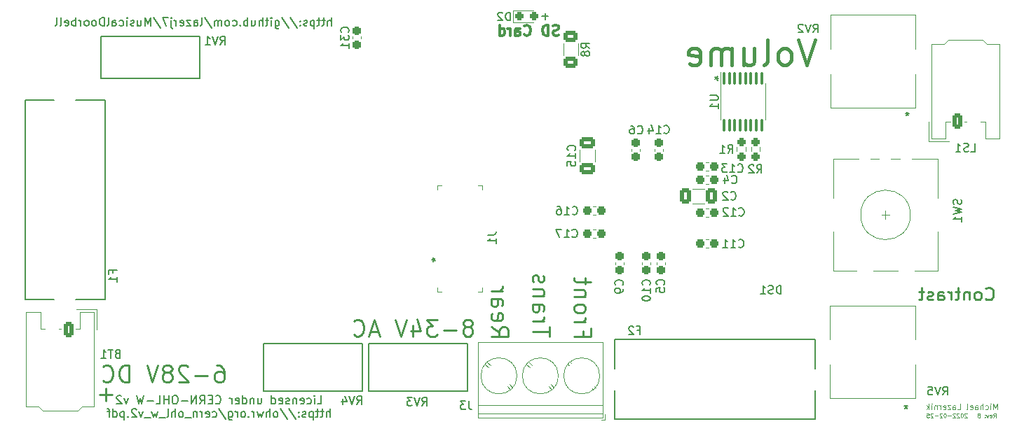
<source format=gbo>
%TF.GenerationSoftware,KiCad,Pcbnew,6.0.0-2.fc35*%
%TF.CreationDate,2022-02-25T18:53:21-08:00*%
%TF.ProjectId,Doorbell,446f6f72-6265-46c6-9c2e-6b696361645f,B*%
%TF.SameCoordinates,Original*%
%TF.FileFunction,Legend,Bot*%
%TF.FilePolarity,Positive*%
%FSLAX46Y46*%
G04 Gerber Fmt 4.6, Leading zero omitted, Abs format (unit mm)*
G04 Created by KiCad (PCBNEW 6.0.0-2.fc35) date 2022-02-25 18:53:21*
%MOMM*%
%LPD*%
G01*
G04 APERTURE LIST*
G04 Aperture macros list*
%AMRoundRect*
0 Rectangle with rounded corners*
0 $1 Rounding radius*
0 $2 $3 $4 $5 $6 $7 $8 $9 X,Y pos of 4 corners*
0 Add a 4 corners polygon primitive as box body*
4,1,4,$2,$3,$4,$5,$6,$7,$8,$9,$2,$3,0*
0 Add four circle primitives for the rounded corners*
1,1,$1+$1,$2,$3*
1,1,$1+$1,$4,$5*
1,1,$1+$1,$6,$7*
1,1,$1+$1,$8,$9*
0 Add four rect primitives between the rounded corners*
20,1,$1+$1,$2,$3,$4,$5,0*
20,1,$1+$1,$4,$5,$6,$7,0*
20,1,$1+$1,$6,$7,$8,$9,0*
20,1,$1+$1,$8,$9,$2,$3,0*%
G04 Aperture macros list end*
%ADD10C,0.250000*%
%ADD11C,0.150000*%
%ADD12C,0.200000*%
%ADD13C,0.300000*%
%ADD14C,0.225000*%
%ADD15C,0.100000*%
%ADD16C,0.450000*%
%ADD17C,0.120000*%
%ADD18C,0.127000*%
%ADD19R,1.800000X1.800000*%
%ADD20C,1.800000*%
%ADD21R,2.000000X2.000000*%
%ADD22C,2.000000*%
%ADD23RoundRect,0.237500X-0.237500X0.300000X-0.237500X-0.300000X0.237500X-0.300000X0.237500X0.300000X0*%
%ADD24RoundRect,0.237500X-0.287500X-0.237500X0.287500X-0.237500X0.287500X0.237500X-0.287500X0.237500X0*%
%ADD25R,2.600000X2.600000*%
%ADD26C,2.600000*%
%ADD27RoundRect,0.237500X0.237500X-0.250000X0.237500X0.250000X-0.237500X0.250000X-0.237500X-0.250000X0*%
%ADD28C,2.006600*%
%ADD29C,2.717800*%
%ADD30RoundRect,0.100000X-0.100000X0.637500X-0.100000X-0.637500X0.100000X-0.637500X0.100000X0.637500X0*%
%ADD31C,1.200000*%
%ADD32RoundRect,0.250000X0.350000X0.650000X-0.350000X0.650000X-0.350000X-0.650000X0.350000X-0.650000X0*%
%ADD33O,1.200000X1.800000*%
%ADD34R,1.980000X1.980000*%
%ADD35C,1.980000*%
%ADD36RoundRect,0.250000X-0.350000X-0.650000X0.350000X-0.650000X0.350000X0.650000X-0.350000X0.650000X0*%
%ADD37C,4.000000*%
%ADD38R,1.700000X1.700000*%
%ADD39C,1.700000*%
%ADD40C,4.200000*%
%ADD41RoundRect,0.237500X0.300000X0.237500X-0.300000X0.237500X-0.300000X-0.237500X0.300000X-0.237500X0*%
%ADD42RoundRect,0.237500X0.237500X-0.300000X0.237500X0.300000X-0.237500X0.300000X-0.237500X-0.300000X0*%
%ADD43RoundRect,0.237500X-0.300000X-0.237500X0.300000X-0.237500X0.300000X0.237500X-0.300000X0.237500X0*%
%ADD44RoundRect,0.250000X-0.412500X-0.650000X0.412500X-0.650000X0.412500X0.650000X-0.412500X0.650000X0*%
%ADD45C,1.100000*%
%ADD46RoundRect,0.250000X-0.650000X0.412500X-0.650000X-0.412500X0.650000X-0.412500X0.650000X0.412500X0*%
%ADD47RoundRect,0.250000X0.625000X-0.400000X0.625000X0.400000X-0.625000X0.400000X-0.625000X-0.400000X0*%
G04 APERTURE END LIST*
D10*
X100831718Y-122627857D02*
X102355527Y-122627857D01*
X101593623Y-123389761D02*
X101593623Y-121865952D01*
D11*
X128788861Y-78027380D02*
X128788861Y-77027380D01*
X128360289Y-78027380D02*
X128360289Y-77503571D01*
X128407908Y-77408333D01*
X128503146Y-77360714D01*
X128646003Y-77360714D01*
X128741242Y-77408333D01*
X128788861Y-77455952D01*
X128026956Y-77360714D02*
X127646003Y-77360714D01*
X127884099Y-77027380D02*
X127884099Y-77884523D01*
X127836480Y-77979761D01*
X127741242Y-78027380D01*
X127646003Y-78027380D01*
X127455527Y-77360714D02*
X127074575Y-77360714D01*
X127312670Y-77027380D02*
X127312670Y-77884523D01*
X127265051Y-77979761D01*
X127169813Y-78027380D01*
X127074575Y-78027380D01*
X126741242Y-77360714D02*
X126741242Y-78360714D01*
X126741242Y-77408333D02*
X126646003Y-77360714D01*
X126455527Y-77360714D01*
X126360289Y-77408333D01*
X126312670Y-77455952D01*
X126265051Y-77551190D01*
X126265051Y-77836904D01*
X126312670Y-77932142D01*
X126360289Y-77979761D01*
X126455527Y-78027380D01*
X126646003Y-78027380D01*
X126741242Y-77979761D01*
X125884099Y-77979761D02*
X125788861Y-78027380D01*
X125598384Y-78027380D01*
X125503146Y-77979761D01*
X125455527Y-77884523D01*
X125455527Y-77836904D01*
X125503146Y-77741666D01*
X125598384Y-77694047D01*
X125741242Y-77694047D01*
X125836480Y-77646428D01*
X125884099Y-77551190D01*
X125884099Y-77503571D01*
X125836480Y-77408333D01*
X125741242Y-77360714D01*
X125598384Y-77360714D01*
X125503146Y-77408333D01*
X125026956Y-77932142D02*
X124979337Y-77979761D01*
X125026956Y-78027380D01*
X125074575Y-77979761D01*
X125026956Y-77932142D01*
X125026956Y-78027380D01*
X125026956Y-77408333D02*
X124979337Y-77455952D01*
X125026956Y-77503571D01*
X125074575Y-77455952D01*
X125026956Y-77408333D01*
X125026956Y-77503571D01*
X123836480Y-76979761D02*
X124693623Y-78265476D01*
X122788861Y-76979761D02*
X123646003Y-78265476D01*
X122026956Y-77360714D02*
X122026956Y-78170238D01*
X122074575Y-78265476D01*
X122122194Y-78313095D01*
X122217432Y-78360714D01*
X122360289Y-78360714D01*
X122455527Y-78313095D01*
X122026956Y-77979761D02*
X122122194Y-78027380D01*
X122312670Y-78027380D01*
X122407908Y-77979761D01*
X122455527Y-77932142D01*
X122503146Y-77836904D01*
X122503146Y-77551190D01*
X122455527Y-77455952D01*
X122407908Y-77408333D01*
X122312670Y-77360714D01*
X122122194Y-77360714D01*
X122026956Y-77408333D01*
X121550765Y-78027380D02*
X121550765Y-77360714D01*
X121550765Y-77027380D02*
X121598384Y-77075000D01*
X121550765Y-77122619D01*
X121503146Y-77075000D01*
X121550765Y-77027380D01*
X121550765Y-77122619D01*
X121217432Y-77360714D02*
X120836480Y-77360714D01*
X121074575Y-77027380D02*
X121074575Y-77884523D01*
X121026956Y-77979761D01*
X120931718Y-78027380D01*
X120836480Y-78027380D01*
X120503146Y-78027380D02*
X120503146Y-77027380D01*
X120074575Y-78027380D02*
X120074575Y-77503571D01*
X120122194Y-77408333D01*
X120217432Y-77360714D01*
X120360289Y-77360714D01*
X120455527Y-77408333D01*
X120503146Y-77455952D01*
X119169813Y-77360714D02*
X119169813Y-78027380D01*
X119598384Y-77360714D02*
X119598384Y-77884523D01*
X119550765Y-77979761D01*
X119455527Y-78027380D01*
X119312670Y-78027380D01*
X119217432Y-77979761D01*
X119169813Y-77932142D01*
X118693623Y-78027380D02*
X118693623Y-77027380D01*
X118693623Y-77408333D02*
X118598384Y-77360714D01*
X118407908Y-77360714D01*
X118312670Y-77408333D01*
X118265051Y-77455952D01*
X118217432Y-77551190D01*
X118217432Y-77836904D01*
X118265051Y-77932142D01*
X118312670Y-77979761D01*
X118407908Y-78027380D01*
X118598384Y-78027380D01*
X118693623Y-77979761D01*
X117788861Y-77932142D02*
X117741242Y-77979761D01*
X117788861Y-78027380D01*
X117836480Y-77979761D01*
X117788861Y-77932142D01*
X117788861Y-78027380D01*
X116884099Y-77979761D02*
X116979337Y-78027380D01*
X117169813Y-78027380D01*
X117265051Y-77979761D01*
X117312670Y-77932142D01*
X117360289Y-77836904D01*
X117360289Y-77551190D01*
X117312670Y-77455952D01*
X117265051Y-77408333D01*
X117169813Y-77360714D01*
X116979337Y-77360714D01*
X116884099Y-77408333D01*
X116312670Y-78027380D02*
X116407908Y-77979761D01*
X116455527Y-77932142D01*
X116503146Y-77836904D01*
X116503146Y-77551190D01*
X116455527Y-77455952D01*
X116407908Y-77408333D01*
X116312670Y-77360714D01*
X116169813Y-77360714D01*
X116074575Y-77408333D01*
X116026956Y-77455952D01*
X115979337Y-77551190D01*
X115979337Y-77836904D01*
X116026956Y-77932142D01*
X116074575Y-77979761D01*
X116169813Y-78027380D01*
X116312670Y-78027380D01*
X115550765Y-78027380D02*
X115550765Y-77360714D01*
X115550765Y-77455952D02*
X115503146Y-77408333D01*
X115407908Y-77360714D01*
X115265051Y-77360714D01*
X115169813Y-77408333D01*
X115122194Y-77503571D01*
X115122194Y-78027380D01*
X115122194Y-77503571D02*
X115074575Y-77408333D01*
X114979337Y-77360714D01*
X114836480Y-77360714D01*
X114741242Y-77408333D01*
X114693623Y-77503571D01*
X114693623Y-78027380D01*
X113503146Y-76979761D02*
X114360289Y-78265476D01*
X113026956Y-78027380D02*
X113122194Y-77979761D01*
X113169813Y-77884523D01*
X113169813Y-77027380D01*
X112217432Y-78027380D02*
X112217432Y-77503571D01*
X112265051Y-77408333D01*
X112360289Y-77360714D01*
X112550765Y-77360714D01*
X112646003Y-77408333D01*
X112217432Y-77979761D02*
X112312670Y-78027380D01*
X112550765Y-78027380D01*
X112646003Y-77979761D01*
X112693623Y-77884523D01*
X112693623Y-77789285D01*
X112646003Y-77694047D01*
X112550765Y-77646428D01*
X112312670Y-77646428D01*
X112217432Y-77598809D01*
X111836480Y-77360714D02*
X111312670Y-77360714D01*
X111836480Y-78027380D01*
X111312670Y-78027380D01*
X110550765Y-77979761D02*
X110646003Y-78027380D01*
X110836480Y-78027380D01*
X110931718Y-77979761D01*
X110979337Y-77884523D01*
X110979337Y-77503571D01*
X110931718Y-77408333D01*
X110836480Y-77360714D01*
X110646003Y-77360714D01*
X110550765Y-77408333D01*
X110503146Y-77503571D01*
X110503146Y-77598809D01*
X110979337Y-77694047D01*
X110074575Y-78027380D02*
X110074575Y-77360714D01*
X110074575Y-77551190D02*
X110026956Y-77455952D01*
X109979337Y-77408333D01*
X109884099Y-77360714D01*
X109788861Y-77360714D01*
X109455527Y-77360714D02*
X109455527Y-78217857D01*
X109503146Y-78313095D01*
X109598384Y-78360714D01*
X109646003Y-78360714D01*
X109455527Y-77027380D02*
X109503146Y-77075000D01*
X109455527Y-77122619D01*
X109407908Y-77075000D01*
X109455527Y-77027380D01*
X109455527Y-77122619D01*
X109074575Y-77027380D02*
X108407908Y-77027380D01*
X108836480Y-78027380D01*
X107312670Y-76979761D02*
X108169813Y-78265476D01*
X106979337Y-78027380D02*
X106979337Y-77027380D01*
X106646003Y-77741666D01*
X106312670Y-77027380D01*
X106312670Y-78027380D01*
X105407908Y-77360714D02*
X105407908Y-78027380D01*
X105836480Y-77360714D02*
X105836480Y-77884523D01*
X105788861Y-77979761D01*
X105693623Y-78027380D01*
X105550765Y-78027380D01*
X105455527Y-77979761D01*
X105407908Y-77932142D01*
X104979337Y-77979761D02*
X104884099Y-78027380D01*
X104693623Y-78027380D01*
X104598384Y-77979761D01*
X104550765Y-77884523D01*
X104550765Y-77836904D01*
X104598384Y-77741666D01*
X104693623Y-77694047D01*
X104836480Y-77694047D01*
X104931718Y-77646428D01*
X104979337Y-77551190D01*
X104979337Y-77503571D01*
X104931718Y-77408333D01*
X104836480Y-77360714D01*
X104693623Y-77360714D01*
X104598384Y-77408333D01*
X104122194Y-78027380D02*
X104122194Y-77360714D01*
X104122194Y-77027380D02*
X104169813Y-77075000D01*
X104122194Y-77122619D01*
X104074575Y-77075000D01*
X104122194Y-77027380D01*
X104122194Y-77122619D01*
X103217432Y-77979761D02*
X103312670Y-78027380D01*
X103503146Y-78027380D01*
X103598384Y-77979761D01*
X103646003Y-77932142D01*
X103693623Y-77836904D01*
X103693623Y-77551190D01*
X103646003Y-77455952D01*
X103598384Y-77408333D01*
X103503146Y-77360714D01*
X103312670Y-77360714D01*
X103217432Y-77408333D01*
X102360289Y-78027380D02*
X102360289Y-77503571D01*
X102407908Y-77408333D01*
X102503146Y-77360714D01*
X102693623Y-77360714D01*
X102788861Y-77408333D01*
X102360289Y-77979761D02*
X102455527Y-78027380D01*
X102693623Y-78027380D01*
X102788861Y-77979761D01*
X102836480Y-77884523D01*
X102836480Y-77789285D01*
X102788861Y-77694047D01*
X102693623Y-77646428D01*
X102455527Y-77646428D01*
X102360289Y-77598809D01*
X101741242Y-78027380D02*
X101836480Y-77979761D01*
X101884099Y-77884523D01*
X101884099Y-77027380D01*
X101360289Y-78027380D02*
X101360289Y-77027380D01*
X101122194Y-77027380D01*
X100979337Y-77075000D01*
X100884099Y-77170238D01*
X100836480Y-77265476D01*
X100788861Y-77455952D01*
X100788861Y-77598809D01*
X100836480Y-77789285D01*
X100884099Y-77884523D01*
X100979337Y-77979761D01*
X101122194Y-78027380D01*
X101360289Y-78027380D01*
X100217432Y-78027380D02*
X100312670Y-77979761D01*
X100360289Y-77932142D01*
X100407908Y-77836904D01*
X100407908Y-77551190D01*
X100360289Y-77455952D01*
X100312670Y-77408333D01*
X100217432Y-77360714D01*
X100074575Y-77360714D01*
X99979337Y-77408333D01*
X99931718Y-77455952D01*
X99884099Y-77551190D01*
X99884099Y-77836904D01*
X99931718Y-77932142D01*
X99979337Y-77979761D01*
X100074575Y-78027380D01*
X100217432Y-78027380D01*
X99312670Y-78027380D02*
X99407908Y-77979761D01*
X99455527Y-77932142D01*
X99503146Y-77836904D01*
X99503146Y-77551190D01*
X99455527Y-77455952D01*
X99407908Y-77408333D01*
X99312670Y-77360714D01*
X99169813Y-77360714D01*
X99074575Y-77408333D01*
X99026956Y-77455952D01*
X98979337Y-77551190D01*
X98979337Y-77836904D01*
X99026956Y-77932142D01*
X99074575Y-77979761D01*
X99169813Y-78027380D01*
X99312670Y-78027380D01*
X98550765Y-78027380D02*
X98550765Y-77360714D01*
X98550765Y-77551190D02*
X98503146Y-77455952D01*
X98455527Y-77408333D01*
X98360289Y-77360714D01*
X98265051Y-77360714D01*
X97931718Y-78027380D02*
X97931718Y-77027380D01*
X97931718Y-77408333D02*
X97836480Y-77360714D01*
X97646003Y-77360714D01*
X97550765Y-77408333D01*
X97503146Y-77455952D01*
X97455527Y-77551190D01*
X97455527Y-77836904D01*
X97503146Y-77932142D01*
X97550765Y-77979761D01*
X97646003Y-78027380D01*
X97836480Y-78027380D01*
X97931718Y-77979761D01*
X96646003Y-77979761D02*
X96741242Y-78027380D01*
X96931718Y-78027380D01*
X97026956Y-77979761D01*
X97074575Y-77884523D01*
X97074575Y-77503571D01*
X97026956Y-77408333D01*
X96931718Y-77360714D01*
X96741242Y-77360714D01*
X96646003Y-77408333D01*
X96598384Y-77503571D01*
X96598384Y-77598809D01*
X97074575Y-77694047D01*
X96026956Y-78027380D02*
X96122194Y-77979761D01*
X96169813Y-77884523D01*
X96169813Y-77027380D01*
X95503146Y-78027380D02*
X95598384Y-77979761D01*
X95646003Y-77884523D01*
X95646003Y-77027380D01*
D12*
X127110765Y-123762380D02*
X127586956Y-123762380D01*
X127586956Y-122762380D01*
X126777432Y-123762380D02*
X126777432Y-123095714D01*
X126777432Y-122762380D02*
X126825051Y-122810000D01*
X126777432Y-122857619D01*
X126729813Y-122810000D01*
X126777432Y-122762380D01*
X126777432Y-122857619D01*
X125872670Y-123714761D02*
X125967908Y-123762380D01*
X126158384Y-123762380D01*
X126253623Y-123714761D01*
X126301242Y-123667142D01*
X126348861Y-123571904D01*
X126348861Y-123286190D01*
X126301242Y-123190952D01*
X126253623Y-123143333D01*
X126158384Y-123095714D01*
X125967908Y-123095714D01*
X125872670Y-123143333D01*
X125063146Y-123714761D02*
X125158384Y-123762380D01*
X125348861Y-123762380D01*
X125444099Y-123714761D01*
X125491718Y-123619523D01*
X125491718Y-123238571D01*
X125444099Y-123143333D01*
X125348861Y-123095714D01*
X125158384Y-123095714D01*
X125063146Y-123143333D01*
X125015527Y-123238571D01*
X125015527Y-123333809D01*
X125491718Y-123429047D01*
X124586956Y-123095714D02*
X124586956Y-123762380D01*
X124586956Y-123190952D02*
X124539337Y-123143333D01*
X124444099Y-123095714D01*
X124301242Y-123095714D01*
X124206003Y-123143333D01*
X124158384Y-123238571D01*
X124158384Y-123762380D01*
X123729813Y-123714761D02*
X123634575Y-123762380D01*
X123444099Y-123762380D01*
X123348861Y-123714761D01*
X123301242Y-123619523D01*
X123301242Y-123571904D01*
X123348861Y-123476666D01*
X123444099Y-123429047D01*
X123586956Y-123429047D01*
X123682194Y-123381428D01*
X123729813Y-123286190D01*
X123729813Y-123238571D01*
X123682194Y-123143333D01*
X123586956Y-123095714D01*
X123444099Y-123095714D01*
X123348861Y-123143333D01*
X122491718Y-123714761D02*
X122586956Y-123762380D01*
X122777432Y-123762380D01*
X122872670Y-123714761D01*
X122920289Y-123619523D01*
X122920289Y-123238571D01*
X122872670Y-123143333D01*
X122777432Y-123095714D01*
X122586956Y-123095714D01*
X122491718Y-123143333D01*
X122444099Y-123238571D01*
X122444099Y-123333809D01*
X122920289Y-123429047D01*
X121586956Y-123762380D02*
X121586956Y-122762380D01*
X121586956Y-123714761D02*
X121682194Y-123762380D01*
X121872670Y-123762380D01*
X121967908Y-123714761D01*
X122015527Y-123667142D01*
X122063146Y-123571904D01*
X122063146Y-123286190D01*
X122015527Y-123190952D01*
X121967908Y-123143333D01*
X121872670Y-123095714D01*
X121682194Y-123095714D01*
X121586956Y-123143333D01*
X119920289Y-123095714D02*
X119920289Y-123762380D01*
X120348861Y-123095714D02*
X120348861Y-123619523D01*
X120301242Y-123714761D01*
X120206003Y-123762380D01*
X120063146Y-123762380D01*
X119967908Y-123714761D01*
X119920289Y-123667142D01*
X119444099Y-123095714D02*
X119444099Y-123762380D01*
X119444099Y-123190952D02*
X119396480Y-123143333D01*
X119301242Y-123095714D01*
X119158384Y-123095714D01*
X119063146Y-123143333D01*
X119015527Y-123238571D01*
X119015527Y-123762380D01*
X118110765Y-123762380D02*
X118110765Y-122762380D01*
X118110765Y-123714761D02*
X118206003Y-123762380D01*
X118396480Y-123762380D01*
X118491718Y-123714761D01*
X118539337Y-123667142D01*
X118586956Y-123571904D01*
X118586956Y-123286190D01*
X118539337Y-123190952D01*
X118491718Y-123143333D01*
X118396480Y-123095714D01*
X118206003Y-123095714D01*
X118110765Y-123143333D01*
X117253623Y-123714761D02*
X117348861Y-123762380D01*
X117539337Y-123762380D01*
X117634575Y-123714761D01*
X117682194Y-123619523D01*
X117682194Y-123238571D01*
X117634575Y-123143333D01*
X117539337Y-123095714D01*
X117348861Y-123095714D01*
X117253623Y-123143333D01*
X117206003Y-123238571D01*
X117206003Y-123333809D01*
X117682194Y-123429047D01*
X116777432Y-123762380D02*
X116777432Y-123095714D01*
X116777432Y-123286190D02*
X116729813Y-123190952D01*
X116682194Y-123143333D01*
X116586956Y-123095714D01*
X116491718Y-123095714D01*
X114825051Y-123667142D02*
X114872670Y-123714761D01*
X115015527Y-123762380D01*
X115110765Y-123762380D01*
X115253623Y-123714761D01*
X115348861Y-123619523D01*
X115396480Y-123524285D01*
X115444099Y-123333809D01*
X115444099Y-123190952D01*
X115396480Y-123000476D01*
X115348861Y-122905238D01*
X115253623Y-122810000D01*
X115110765Y-122762380D01*
X115015527Y-122762380D01*
X114872670Y-122810000D01*
X114825051Y-122857619D01*
X114396480Y-123238571D02*
X114063146Y-123238571D01*
X113920289Y-123762380D02*
X114396480Y-123762380D01*
X114396480Y-122762380D01*
X113920289Y-122762380D01*
X112920289Y-123762380D02*
X113253623Y-123286190D01*
X113491718Y-123762380D02*
X113491718Y-122762380D01*
X113110765Y-122762380D01*
X113015527Y-122810000D01*
X112967908Y-122857619D01*
X112920289Y-122952857D01*
X112920289Y-123095714D01*
X112967908Y-123190952D01*
X113015527Y-123238571D01*
X113110765Y-123286190D01*
X113491718Y-123286190D01*
X112491718Y-123762380D02*
X112491718Y-122762380D01*
X111920289Y-123762380D01*
X111920289Y-122762380D01*
X111444099Y-123381428D02*
X110682194Y-123381428D01*
X110015527Y-122762380D02*
X109825051Y-122762380D01*
X109729813Y-122810000D01*
X109634575Y-122905238D01*
X109586956Y-123095714D01*
X109586956Y-123429047D01*
X109634575Y-123619523D01*
X109729813Y-123714761D01*
X109825051Y-123762380D01*
X110015527Y-123762380D01*
X110110765Y-123714761D01*
X110206003Y-123619523D01*
X110253623Y-123429047D01*
X110253623Y-123095714D01*
X110206003Y-122905238D01*
X110110765Y-122810000D01*
X110015527Y-122762380D01*
X109158384Y-123762380D02*
X109158384Y-122762380D01*
X109158384Y-123238571D02*
X108586956Y-123238571D01*
X108586956Y-123762380D02*
X108586956Y-122762380D01*
X107634575Y-123762380D02*
X108110765Y-123762380D01*
X108110765Y-122762380D01*
X107301242Y-123381428D02*
X106539337Y-123381428D01*
X106158384Y-122762380D02*
X105920289Y-123762380D01*
X105729813Y-123048095D01*
X105539337Y-123762380D01*
X105301242Y-122762380D01*
X104253623Y-123095714D02*
X104015527Y-123762380D01*
X103777432Y-123095714D01*
X103444099Y-122857619D02*
X103396480Y-122810000D01*
X103301242Y-122762380D01*
X103063146Y-122762380D01*
X102967908Y-122810000D01*
X102920289Y-122857619D01*
X102872670Y-122952857D01*
X102872670Y-123048095D01*
X102920289Y-123190952D01*
X103491718Y-123762380D01*
X102872670Y-123762380D01*
X128634575Y-125372380D02*
X128634575Y-124372380D01*
X128206003Y-125372380D02*
X128206003Y-124848571D01*
X128253623Y-124753333D01*
X128348861Y-124705714D01*
X128491718Y-124705714D01*
X128586956Y-124753333D01*
X128634575Y-124800952D01*
X127872670Y-124705714D02*
X127491718Y-124705714D01*
X127729813Y-124372380D02*
X127729813Y-125229523D01*
X127682194Y-125324761D01*
X127586956Y-125372380D01*
X127491718Y-125372380D01*
X127301242Y-124705714D02*
X126920289Y-124705714D01*
X127158384Y-124372380D02*
X127158384Y-125229523D01*
X127110765Y-125324761D01*
X127015527Y-125372380D01*
X126920289Y-125372380D01*
X126586956Y-124705714D02*
X126586956Y-125705714D01*
X126586956Y-124753333D02*
X126491718Y-124705714D01*
X126301242Y-124705714D01*
X126206003Y-124753333D01*
X126158384Y-124800952D01*
X126110765Y-124896190D01*
X126110765Y-125181904D01*
X126158384Y-125277142D01*
X126206003Y-125324761D01*
X126301242Y-125372380D01*
X126491718Y-125372380D01*
X126586956Y-125324761D01*
X125729813Y-125324761D02*
X125634575Y-125372380D01*
X125444099Y-125372380D01*
X125348861Y-125324761D01*
X125301242Y-125229523D01*
X125301242Y-125181904D01*
X125348861Y-125086666D01*
X125444099Y-125039047D01*
X125586956Y-125039047D01*
X125682194Y-124991428D01*
X125729813Y-124896190D01*
X125729813Y-124848571D01*
X125682194Y-124753333D01*
X125586956Y-124705714D01*
X125444099Y-124705714D01*
X125348861Y-124753333D01*
X124872670Y-125277142D02*
X124825051Y-125324761D01*
X124872670Y-125372380D01*
X124920289Y-125324761D01*
X124872670Y-125277142D01*
X124872670Y-125372380D01*
X124872670Y-124753333D02*
X124825051Y-124800952D01*
X124872670Y-124848571D01*
X124920289Y-124800952D01*
X124872670Y-124753333D01*
X124872670Y-124848571D01*
X123682194Y-124324761D02*
X124539337Y-125610476D01*
X122634575Y-124324761D02*
X123491718Y-125610476D01*
X122158384Y-125372380D02*
X122253623Y-125324761D01*
X122301242Y-125277142D01*
X122348861Y-125181904D01*
X122348861Y-124896190D01*
X122301242Y-124800952D01*
X122253623Y-124753333D01*
X122158384Y-124705714D01*
X122015527Y-124705714D01*
X121920289Y-124753333D01*
X121872670Y-124800952D01*
X121825051Y-124896190D01*
X121825051Y-125181904D01*
X121872670Y-125277142D01*
X121920289Y-125324761D01*
X122015527Y-125372380D01*
X122158384Y-125372380D01*
X121396480Y-125372380D02*
X121396480Y-124372380D01*
X120967908Y-125372380D02*
X120967908Y-124848571D01*
X121015527Y-124753333D01*
X121110765Y-124705714D01*
X121253623Y-124705714D01*
X121348861Y-124753333D01*
X121396480Y-124800952D01*
X120586956Y-124705714D02*
X120396480Y-125372380D01*
X120206003Y-124896190D01*
X120015527Y-125372380D01*
X119825051Y-124705714D01*
X119444099Y-125372380D02*
X119444099Y-124705714D01*
X119444099Y-124896190D02*
X119396480Y-124800952D01*
X119348861Y-124753333D01*
X119253623Y-124705714D01*
X119158384Y-124705714D01*
X118825051Y-125277142D02*
X118777432Y-125324761D01*
X118825051Y-125372380D01*
X118872670Y-125324761D01*
X118825051Y-125277142D01*
X118825051Y-125372380D01*
X118206003Y-125372380D02*
X118301242Y-125324761D01*
X118348861Y-125277142D01*
X118396480Y-125181904D01*
X118396480Y-124896190D01*
X118348861Y-124800952D01*
X118301242Y-124753333D01*
X118206003Y-124705714D01*
X118063146Y-124705714D01*
X117967908Y-124753333D01*
X117920289Y-124800952D01*
X117872670Y-124896190D01*
X117872670Y-125181904D01*
X117920289Y-125277142D01*
X117967908Y-125324761D01*
X118063146Y-125372380D01*
X118206003Y-125372380D01*
X117444099Y-125372380D02*
X117444099Y-124705714D01*
X117444099Y-124896190D02*
X117396480Y-124800952D01*
X117348861Y-124753333D01*
X117253623Y-124705714D01*
X117158384Y-124705714D01*
X116396480Y-124705714D02*
X116396480Y-125515238D01*
X116444099Y-125610476D01*
X116491718Y-125658095D01*
X116586956Y-125705714D01*
X116729813Y-125705714D01*
X116825051Y-125658095D01*
X116396480Y-125324761D02*
X116491718Y-125372380D01*
X116682194Y-125372380D01*
X116777432Y-125324761D01*
X116825051Y-125277142D01*
X116872670Y-125181904D01*
X116872670Y-124896190D01*
X116825051Y-124800952D01*
X116777432Y-124753333D01*
X116682194Y-124705714D01*
X116491718Y-124705714D01*
X116396480Y-124753333D01*
X115206003Y-124324761D02*
X116063146Y-125610476D01*
X114444099Y-125324761D02*
X114539337Y-125372380D01*
X114729813Y-125372380D01*
X114825051Y-125324761D01*
X114872670Y-125277142D01*
X114920289Y-125181904D01*
X114920289Y-124896190D01*
X114872670Y-124800952D01*
X114825051Y-124753333D01*
X114729813Y-124705714D01*
X114539337Y-124705714D01*
X114444099Y-124753333D01*
X113634575Y-125324761D02*
X113729813Y-125372380D01*
X113920289Y-125372380D01*
X114015527Y-125324761D01*
X114063146Y-125229523D01*
X114063146Y-124848571D01*
X114015527Y-124753333D01*
X113920289Y-124705714D01*
X113729813Y-124705714D01*
X113634575Y-124753333D01*
X113586956Y-124848571D01*
X113586956Y-124943809D01*
X114063146Y-125039047D01*
X113158384Y-125372380D02*
X113158384Y-124705714D01*
X113158384Y-124896190D02*
X113110765Y-124800952D01*
X113063146Y-124753333D01*
X112967908Y-124705714D01*
X112872670Y-124705714D01*
X112539337Y-124705714D02*
X112539337Y-125372380D01*
X112539337Y-124800952D02*
X112491718Y-124753333D01*
X112396480Y-124705714D01*
X112253623Y-124705714D01*
X112158384Y-124753333D01*
X112110765Y-124848571D01*
X112110765Y-125372380D01*
X111872670Y-125467619D02*
X111110765Y-125467619D01*
X110729813Y-125372380D02*
X110825051Y-125324761D01*
X110872670Y-125277142D01*
X110920289Y-125181904D01*
X110920289Y-124896190D01*
X110872670Y-124800952D01*
X110825051Y-124753333D01*
X110729813Y-124705714D01*
X110586956Y-124705714D01*
X110491718Y-124753333D01*
X110444099Y-124800952D01*
X110396480Y-124896190D01*
X110396480Y-125181904D01*
X110444099Y-125277142D01*
X110491718Y-125324761D01*
X110586956Y-125372380D01*
X110729813Y-125372380D01*
X109967908Y-125372380D02*
X109967908Y-124372380D01*
X109539337Y-125372380D02*
X109539337Y-124848571D01*
X109586956Y-124753333D01*
X109682194Y-124705714D01*
X109825051Y-124705714D01*
X109920289Y-124753333D01*
X109967908Y-124800952D01*
X108920289Y-125372380D02*
X109015527Y-125324761D01*
X109063146Y-125229523D01*
X109063146Y-124372380D01*
X108777432Y-125467619D02*
X108015527Y-125467619D01*
X107872670Y-124705714D02*
X107682194Y-125372380D01*
X107491718Y-124896190D01*
X107301242Y-125372380D01*
X107110765Y-124705714D01*
X106967908Y-125467619D02*
X106206003Y-125467619D01*
X106063146Y-124705714D02*
X105825051Y-125372380D01*
X105586956Y-124705714D01*
X105253623Y-124467619D02*
X105206003Y-124420000D01*
X105110765Y-124372380D01*
X104872670Y-124372380D01*
X104777432Y-124420000D01*
X104729813Y-124467619D01*
X104682194Y-124562857D01*
X104682194Y-124658095D01*
X104729813Y-124800952D01*
X105301242Y-125372380D01*
X104682194Y-125372380D01*
X104253623Y-125277142D02*
X104206003Y-125324761D01*
X104253623Y-125372380D01*
X104301242Y-125324761D01*
X104253623Y-125277142D01*
X104253623Y-125372380D01*
X103777432Y-124705714D02*
X103777432Y-125705714D01*
X103777432Y-124753333D02*
X103682194Y-124705714D01*
X103491718Y-124705714D01*
X103396480Y-124753333D01*
X103348861Y-124800952D01*
X103301242Y-124896190D01*
X103301242Y-125181904D01*
X103348861Y-125277142D01*
X103396480Y-125324761D01*
X103491718Y-125372380D01*
X103682194Y-125372380D01*
X103777432Y-125324761D01*
X102444099Y-125372380D02*
X102444099Y-124372380D01*
X102444099Y-125324761D02*
X102539337Y-125372380D01*
X102729813Y-125372380D01*
X102825051Y-125324761D01*
X102872670Y-125277142D01*
X102920289Y-125181904D01*
X102920289Y-124896190D01*
X102872670Y-124800952D01*
X102825051Y-124753333D01*
X102729813Y-124705714D01*
X102539337Y-124705714D01*
X102444099Y-124753333D01*
X102110765Y-124705714D02*
X101729813Y-124705714D01*
X101967908Y-125372380D02*
X101967908Y-124515238D01*
X101920289Y-124420000D01*
X101825051Y-124372380D01*
X101729813Y-124372380D01*
D10*
X159196480Y-114929285D02*
X159196480Y-115595952D01*
X158148861Y-115595952D02*
X160148861Y-115595952D01*
X160148861Y-114643571D01*
X158148861Y-113881666D02*
X159482194Y-113881666D01*
X159101242Y-113881666D02*
X159291718Y-113786428D01*
X159386956Y-113691190D01*
X159482194Y-113500714D01*
X159482194Y-113310238D01*
X158148861Y-112357857D02*
X158244099Y-112548333D01*
X158339337Y-112643571D01*
X158529813Y-112738809D01*
X159101242Y-112738809D01*
X159291718Y-112643571D01*
X159386956Y-112548333D01*
X159482194Y-112357857D01*
X159482194Y-112072142D01*
X159386956Y-111881666D01*
X159291718Y-111786428D01*
X159101242Y-111691190D01*
X158529813Y-111691190D01*
X158339337Y-111786428D01*
X158244099Y-111881666D01*
X158148861Y-112072142D01*
X158148861Y-112357857D01*
X159482194Y-110834047D02*
X158148861Y-110834047D01*
X159291718Y-110834047D02*
X159386956Y-110738809D01*
X159482194Y-110548333D01*
X159482194Y-110262619D01*
X159386956Y-110072142D01*
X159196480Y-109976904D01*
X158148861Y-109976904D01*
X159482194Y-109310238D02*
X159482194Y-108548333D01*
X160148861Y-109024523D02*
X158434575Y-109024523D01*
X158244099Y-108929285D01*
X158148861Y-108738809D01*
X158148861Y-108548333D01*
D13*
X156284813Y-79120952D02*
X156106242Y-79180476D01*
X155808623Y-79180476D01*
X155689575Y-79120952D01*
X155630051Y-79061428D01*
X155570527Y-78942380D01*
X155570527Y-78823333D01*
X155630051Y-78704285D01*
X155689575Y-78644761D01*
X155808623Y-78585238D01*
X156046718Y-78525714D01*
X156165765Y-78466190D01*
X156225289Y-78406666D01*
X156284813Y-78287619D01*
X156284813Y-78168571D01*
X156225289Y-78049523D01*
X156165765Y-77990000D01*
X156046718Y-77930476D01*
X155749099Y-77930476D01*
X155570527Y-77990000D01*
X155034813Y-79180476D02*
X155034813Y-77930476D01*
X154737194Y-77930476D01*
X154558623Y-77990000D01*
X154439575Y-78109047D01*
X154380051Y-78228095D01*
X154320527Y-78466190D01*
X154320527Y-78644761D01*
X154380051Y-78882857D01*
X154439575Y-79001904D01*
X154558623Y-79120952D01*
X154737194Y-79180476D01*
X155034813Y-79180476D01*
X152118146Y-79061428D02*
X152177670Y-79120952D01*
X152356242Y-79180476D01*
X152475289Y-79180476D01*
X152653861Y-79120952D01*
X152772908Y-79001904D01*
X152832432Y-78882857D01*
X152891956Y-78644761D01*
X152891956Y-78466190D01*
X152832432Y-78228095D01*
X152772908Y-78109047D01*
X152653861Y-77990000D01*
X152475289Y-77930476D01*
X152356242Y-77930476D01*
X152177670Y-77990000D01*
X152118146Y-78049523D01*
X151046718Y-79180476D02*
X151046718Y-78525714D01*
X151106242Y-78406666D01*
X151225289Y-78347142D01*
X151463384Y-78347142D01*
X151582432Y-78406666D01*
X151046718Y-79120952D02*
X151165765Y-79180476D01*
X151463384Y-79180476D01*
X151582432Y-79120952D01*
X151641956Y-79001904D01*
X151641956Y-78882857D01*
X151582432Y-78763809D01*
X151463384Y-78704285D01*
X151165765Y-78704285D01*
X151046718Y-78644761D01*
X150451480Y-79180476D02*
X150451480Y-78347142D01*
X150451480Y-78585238D02*
X150391956Y-78466190D01*
X150332432Y-78406666D01*
X150213384Y-78347142D01*
X150094337Y-78347142D01*
X149141956Y-79180476D02*
X149141956Y-77930476D01*
X149141956Y-79120952D02*
X149261003Y-79180476D01*
X149499099Y-79180476D01*
X149618146Y-79120952D01*
X149677670Y-79061428D01*
X149737194Y-78942380D01*
X149737194Y-78585238D01*
X149677670Y-78466190D01*
X149618146Y-78406666D01*
X149499099Y-78347142D01*
X149261003Y-78347142D01*
X149141956Y-78406666D01*
D10*
X145503146Y-114436904D02*
X145693623Y-114341666D01*
X145788861Y-114246428D01*
X145884099Y-114055952D01*
X145884099Y-113960714D01*
X145788861Y-113770238D01*
X145693623Y-113675000D01*
X145503146Y-113579761D01*
X145122194Y-113579761D01*
X144931718Y-113675000D01*
X144836480Y-113770238D01*
X144741242Y-113960714D01*
X144741242Y-114055952D01*
X144836480Y-114246428D01*
X144931718Y-114341666D01*
X145122194Y-114436904D01*
X145503146Y-114436904D01*
X145693623Y-114532142D01*
X145788861Y-114627380D01*
X145884099Y-114817857D01*
X145884099Y-115198809D01*
X145788861Y-115389285D01*
X145693623Y-115484523D01*
X145503146Y-115579761D01*
X145122194Y-115579761D01*
X144931718Y-115484523D01*
X144836480Y-115389285D01*
X144741242Y-115198809D01*
X144741242Y-114817857D01*
X144836480Y-114627380D01*
X144931718Y-114532142D01*
X145122194Y-114436904D01*
X143884099Y-114817857D02*
X142360289Y-114817857D01*
X141598384Y-113579761D02*
X140360289Y-113579761D01*
X141026956Y-114341666D01*
X140741242Y-114341666D01*
X140550765Y-114436904D01*
X140455527Y-114532142D01*
X140360289Y-114722619D01*
X140360289Y-115198809D01*
X140455527Y-115389285D01*
X140550765Y-115484523D01*
X140741242Y-115579761D01*
X141312670Y-115579761D01*
X141503146Y-115484523D01*
X141598384Y-115389285D01*
X138646003Y-114246428D02*
X138646003Y-115579761D01*
X139122194Y-113484523D02*
X139598384Y-114913095D01*
X138360289Y-114913095D01*
X137884099Y-113579761D02*
X137217432Y-115579761D01*
X136550765Y-113579761D01*
X134455527Y-115008333D02*
X133503146Y-115008333D01*
X134646003Y-115579761D02*
X133979337Y-113579761D01*
X133312670Y-115579761D01*
X131503146Y-115389285D02*
X131598384Y-115484523D01*
X131884099Y-115579761D01*
X132074575Y-115579761D01*
X132360289Y-115484523D01*
X132550765Y-115294047D01*
X132646003Y-115103571D01*
X132741242Y-114722619D01*
X132741242Y-114436904D01*
X132646003Y-114055952D01*
X132550765Y-113865476D01*
X132360289Y-113675000D01*
X132074575Y-113579761D01*
X131884099Y-113579761D01*
X131598384Y-113675000D01*
X131503146Y-113770238D01*
X155148861Y-115594523D02*
X155148861Y-114451666D01*
X153148861Y-115023095D02*
X155148861Y-115023095D01*
X153148861Y-113785000D02*
X154482194Y-113785000D01*
X154101242Y-113785000D02*
X154291718Y-113689761D01*
X154386956Y-113594523D01*
X154482194Y-113404047D01*
X154482194Y-113213571D01*
X153148861Y-111689761D02*
X154196480Y-111689761D01*
X154386956Y-111785000D01*
X154482194Y-111975476D01*
X154482194Y-112356428D01*
X154386956Y-112546904D01*
X153244099Y-111689761D02*
X153148861Y-111880238D01*
X153148861Y-112356428D01*
X153244099Y-112546904D01*
X153434575Y-112642142D01*
X153625051Y-112642142D01*
X153815527Y-112546904D01*
X153910765Y-112356428D01*
X153910765Y-111880238D01*
X154006003Y-111689761D01*
X154482194Y-110737380D02*
X153148861Y-110737380D01*
X154291718Y-110737380D02*
X154386956Y-110642142D01*
X154482194Y-110451666D01*
X154482194Y-110165952D01*
X154386956Y-109975476D01*
X154196480Y-109880238D01*
X153148861Y-109880238D01*
X153244099Y-109023095D02*
X153148861Y-108832619D01*
X153148861Y-108451666D01*
X153244099Y-108261190D01*
X153434575Y-108165952D01*
X153529813Y-108165952D01*
X153720289Y-108261190D01*
X153815527Y-108451666D01*
X153815527Y-108737380D01*
X153910765Y-108927857D01*
X154101242Y-109023095D01*
X154196480Y-109023095D01*
X154386956Y-108927857D01*
X154482194Y-108737380D01*
X154482194Y-108451666D01*
X154386956Y-108261190D01*
X114904575Y-119109761D02*
X115285527Y-119109761D01*
X115476003Y-119205000D01*
X115571242Y-119300238D01*
X115761718Y-119585952D01*
X115856956Y-119966904D01*
X115856956Y-120728809D01*
X115761718Y-120919285D01*
X115666480Y-121014523D01*
X115476003Y-121109761D01*
X115095051Y-121109761D01*
X114904575Y-121014523D01*
X114809337Y-120919285D01*
X114714099Y-120728809D01*
X114714099Y-120252619D01*
X114809337Y-120062142D01*
X114904575Y-119966904D01*
X115095051Y-119871666D01*
X115476003Y-119871666D01*
X115666480Y-119966904D01*
X115761718Y-120062142D01*
X115856956Y-120252619D01*
X113856956Y-120347857D02*
X112333146Y-120347857D01*
X111476003Y-119300238D02*
X111380765Y-119205000D01*
X111190289Y-119109761D01*
X110714099Y-119109761D01*
X110523623Y-119205000D01*
X110428384Y-119300238D01*
X110333146Y-119490714D01*
X110333146Y-119681190D01*
X110428384Y-119966904D01*
X111571242Y-121109761D01*
X110333146Y-121109761D01*
X109190289Y-119966904D02*
X109380765Y-119871666D01*
X109476003Y-119776428D01*
X109571242Y-119585952D01*
X109571242Y-119490714D01*
X109476003Y-119300238D01*
X109380765Y-119205000D01*
X109190289Y-119109761D01*
X108809337Y-119109761D01*
X108618861Y-119205000D01*
X108523623Y-119300238D01*
X108428384Y-119490714D01*
X108428384Y-119585952D01*
X108523623Y-119776428D01*
X108618861Y-119871666D01*
X108809337Y-119966904D01*
X109190289Y-119966904D01*
X109380765Y-120062142D01*
X109476003Y-120157380D01*
X109571242Y-120347857D01*
X109571242Y-120728809D01*
X109476003Y-120919285D01*
X109380765Y-121014523D01*
X109190289Y-121109761D01*
X108809337Y-121109761D01*
X108618861Y-121014523D01*
X108523623Y-120919285D01*
X108428384Y-120728809D01*
X108428384Y-120347857D01*
X108523623Y-120157380D01*
X108618861Y-120062142D01*
X108809337Y-119966904D01*
X107856956Y-119109761D02*
X107190289Y-121109761D01*
X106523623Y-119109761D01*
X104333146Y-121109761D02*
X104333146Y-119109761D01*
X103856956Y-119109761D01*
X103571242Y-119205000D01*
X103380765Y-119395476D01*
X103285527Y-119585952D01*
X103190289Y-119966904D01*
X103190289Y-120252619D01*
X103285527Y-120633571D01*
X103380765Y-120824047D01*
X103571242Y-121014523D01*
X103856956Y-121109761D01*
X104333146Y-121109761D01*
X101190289Y-120919285D02*
X101285527Y-121014523D01*
X101571242Y-121109761D01*
X101761718Y-121109761D01*
X102047432Y-121014523D01*
X102237908Y-120824047D01*
X102333146Y-120633571D01*
X102428384Y-120252619D01*
X102428384Y-119966904D01*
X102333146Y-119585952D01*
X102237908Y-119395476D01*
X102047432Y-119205000D01*
X101761718Y-119109761D01*
X101571242Y-119109761D01*
X101285527Y-119205000D01*
X101190289Y-119300238D01*
D14*
X207863623Y-111030714D02*
X207935051Y-111102142D01*
X208149337Y-111173571D01*
X208292194Y-111173571D01*
X208506480Y-111102142D01*
X208649337Y-110959285D01*
X208720765Y-110816428D01*
X208792194Y-110530714D01*
X208792194Y-110316428D01*
X208720765Y-110030714D01*
X208649337Y-109887857D01*
X208506480Y-109745000D01*
X208292194Y-109673571D01*
X208149337Y-109673571D01*
X207935051Y-109745000D01*
X207863623Y-109816428D01*
X207006480Y-111173571D02*
X207149337Y-111102142D01*
X207220765Y-111030714D01*
X207292194Y-110887857D01*
X207292194Y-110459285D01*
X207220765Y-110316428D01*
X207149337Y-110245000D01*
X207006480Y-110173571D01*
X206792194Y-110173571D01*
X206649337Y-110245000D01*
X206577908Y-110316428D01*
X206506480Y-110459285D01*
X206506480Y-110887857D01*
X206577908Y-111030714D01*
X206649337Y-111102142D01*
X206792194Y-111173571D01*
X207006480Y-111173571D01*
X205863623Y-110173571D02*
X205863623Y-111173571D01*
X205863623Y-110316428D02*
X205792194Y-110245000D01*
X205649337Y-110173571D01*
X205435051Y-110173571D01*
X205292194Y-110245000D01*
X205220765Y-110387857D01*
X205220765Y-111173571D01*
X204720765Y-110173571D02*
X204149337Y-110173571D01*
X204506480Y-109673571D02*
X204506480Y-110959285D01*
X204435051Y-111102142D01*
X204292194Y-111173571D01*
X204149337Y-111173571D01*
X203649337Y-111173571D02*
X203649337Y-110173571D01*
X203649337Y-110459285D02*
X203577908Y-110316428D01*
X203506480Y-110245000D01*
X203363623Y-110173571D01*
X203220765Y-110173571D01*
X202077908Y-111173571D02*
X202077908Y-110387857D01*
X202149337Y-110245000D01*
X202292194Y-110173571D01*
X202577908Y-110173571D01*
X202720765Y-110245000D01*
X202077908Y-111102142D02*
X202220765Y-111173571D01*
X202577908Y-111173571D01*
X202720765Y-111102142D01*
X202792194Y-110959285D01*
X202792194Y-110816428D01*
X202720765Y-110673571D01*
X202577908Y-110602142D01*
X202220765Y-110602142D01*
X202077908Y-110530714D01*
X201435051Y-111102142D02*
X201292194Y-111173571D01*
X201006480Y-111173571D01*
X200863623Y-111102142D01*
X200792194Y-110959285D01*
X200792194Y-110887857D01*
X200863623Y-110745000D01*
X201006480Y-110673571D01*
X201220765Y-110673571D01*
X201363623Y-110602142D01*
X201435051Y-110459285D01*
X201435051Y-110387857D01*
X201363623Y-110245000D01*
X201220765Y-110173571D01*
X201006480Y-110173571D01*
X200863623Y-110245000D01*
X200363623Y-110173571D02*
X199792194Y-110173571D01*
X200149337Y-109673571D02*
X200149337Y-110959285D01*
X200077908Y-111102142D01*
X199935051Y-111173571D01*
X199792194Y-111173571D01*
D10*
X148148861Y-114456904D02*
X149101242Y-115123571D01*
X148148861Y-115599761D02*
X150148861Y-115599761D01*
X150148861Y-114837857D01*
X150053623Y-114647380D01*
X149958384Y-114552142D01*
X149767908Y-114456904D01*
X149482194Y-114456904D01*
X149291718Y-114552142D01*
X149196480Y-114647380D01*
X149101242Y-114837857D01*
X149101242Y-115599761D01*
X148244099Y-112837857D02*
X148148861Y-113028333D01*
X148148861Y-113409285D01*
X148244099Y-113599761D01*
X148434575Y-113695000D01*
X149196480Y-113695000D01*
X149386956Y-113599761D01*
X149482194Y-113409285D01*
X149482194Y-113028333D01*
X149386956Y-112837857D01*
X149196480Y-112742619D01*
X149006003Y-112742619D01*
X148815527Y-113695000D01*
X148148861Y-111028333D02*
X149196480Y-111028333D01*
X149386956Y-111123571D01*
X149482194Y-111314047D01*
X149482194Y-111695000D01*
X149386956Y-111885476D01*
X148244099Y-111028333D02*
X148148861Y-111218809D01*
X148148861Y-111695000D01*
X148244099Y-111885476D01*
X148434575Y-111980714D01*
X148625051Y-111980714D01*
X148815527Y-111885476D01*
X148910765Y-111695000D01*
X148910765Y-111218809D01*
X149006003Y-111028333D01*
X148148861Y-110075952D02*
X149482194Y-110075952D01*
X149101242Y-110075952D02*
X149291718Y-109980714D01*
X149386956Y-109885476D01*
X149482194Y-109695000D01*
X149482194Y-109504523D01*
D15*
X208783146Y-125401190D02*
X208949813Y-125163095D01*
X209068861Y-125401190D02*
X209068861Y-124901190D01*
X208878384Y-124901190D01*
X208830765Y-124925000D01*
X208806956Y-124948809D01*
X208783146Y-124996428D01*
X208783146Y-125067857D01*
X208806956Y-125115476D01*
X208830765Y-125139285D01*
X208878384Y-125163095D01*
X209068861Y-125163095D01*
X208378384Y-125377380D02*
X208426003Y-125401190D01*
X208521242Y-125401190D01*
X208568861Y-125377380D01*
X208592670Y-125329761D01*
X208592670Y-125139285D01*
X208568861Y-125091666D01*
X208521242Y-125067857D01*
X208426003Y-125067857D01*
X208378384Y-125091666D01*
X208354575Y-125139285D01*
X208354575Y-125186904D01*
X208592670Y-125234523D01*
X208187908Y-125067857D02*
X208068861Y-125401190D01*
X207949813Y-125067857D01*
X207759337Y-125353571D02*
X207735527Y-125377380D01*
X207759337Y-125401190D01*
X207783146Y-125377380D01*
X207759337Y-125353571D01*
X207759337Y-125401190D01*
X207759337Y-125091666D02*
X207735527Y-125115476D01*
X207759337Y-125139285D01*
X207783146Y-125115476D01*
X207759337Y-125091666D01*
X207759337Y-125139285D01*
X206973623Y-125139285D02*
X206902194Y-125163095D01*
X206878384Y-125186904D01*
X206854575Y-125234523D01*
X206854575Y-125305952D01*
X206878384Y-125353571D01*
X206902194Y-125377380D01*
X206949813Y-125401190D01*
X207140289Y-125401190D01*
X207140289Y-124901190D01*
X206973623Y-124901190D01*
X206926003Y-124925000D01*
X206902194Y-124948809D01*
X206878384Y-124996428D01*
X206878384Y-125044047D01*
X206902194Y-125091666D01*
X206926003Y-125115476D01*
X206973623Y-125139285D01*
X207140289Y-125139285D01*
X209253623Y-124421666D02*
X209253623Y-123721666D01*
X209020289Y-124221666D01*
X208786956Y-123721666D01*
X208786956Y-124421666D01*
X208453623Y-124421666D02*
X208453623Y-123955000D01*
X208453623Y-123721666D02*
X208486956Y-123755000D01*
X208453623Y-123788333D01*
X208420289Y-123755000D01*
X208453623Y-123721666D01*
X208453623Y-123788333D01*
X207820289Y-124388333D02*
X207886956Y-124421666D01*
X208020289Y-124421666D01*
X208086956Y-124388333D01*
X208120289Y-124355000D01*
X208153623Y-124288333D01*
X208153623Y-124088333D01*
X208120289Y-124021666D01*
X208086956Y-123988333D01*
X208020289Y-123955000D01*
X207886956Y-123955000D01*
X207820289Y-123988333D01*
X207520289Y-124421666D02*
X207520289Y-123721666D01*
X207220289Y-124421666D02*
X207220289Y-124055000D01*
X207253623Y-123988333D01*
X207320289Y-123955000D01*
X207420289Y-123955000D01*
X207486956Y-123988333D01*
X207520289Y-124021666D01*
X206586956Y-124421666D02*
X206586956Y-124055000D01*
X206620289Y-123988333D01*
X206686956Y-123955000D01*
X206820289Y-123955000D01*
X206886956Y-123988333D01*
X206586956Y-124388333D02*
X206653623Y-124421666D01*
X206820289Y-124421666D01*
X206886956Y-124388333D01*
X206920289Y-124321666D01*
X206920289Y-124255000D01*
X206886956Y-124188333D01*
X206820289Y-124155000D01*
X206653623Y-124155000D01*
X206586956Y-124121666D01*
X205986956Y-124388333D02*
X206053623Y-124421666D01*
X206186956Y-124421666D01*
X206253623Y-124388333D01*
X206286956Y-124321666D01*
X206286956Y-124055000D01*
X206253623Y-123988333D01*
X206186956Y-123955000D01*
X206053623Y-123955000D01*
X205986956Y-123988333D01*
X205953623Y-124055000D01*
X205953623Y-124121666D01*
X206286956Y-124188333D01*
X205553623Y-124421666D02*
X205620289Y-124388333D01*
X205653623Y-124321666D01*
X205653623Y-123721666D01*
X204420289Y-124421666D02*
X204753623Y-124421666D01*
X204753623Y-123721666D01*
X203886956Y-124421666D02*
X203886956Y-124055000D01*
X203920289Y-123988333D01*
X203986956Y-123955000D01*
X204120289Y-123955000D01*
X204186956Y-123988333D01*
X203886956Y-124388333D02*
X203953623Y-124421666D01*
X204120289Y-124421666D01*
X204186956Y-124388333D01*
X204220289Y-124321666D01*
X204220289Y-124255000D01*
X204186956Y-124188333D01*
X204120289Y-124155000D01*
X203953623Y-124155000D01*
X203886956Y-124121666D01*
X203620289Y-123955000D02*
X203253623Y-123955000D01*
X203620289Y-124421666D01*
X203253623Y-124421666D01*
X202720289Y-124388333D02*
X202786956Y-124421666D01*
X202920289Y-124421666D01*
X202986956Y-124388333D01*
X203020289Y-124321666D01*
X203020289Y-124055000D01*
X202986956Y-123988333D01*
X202920289Y-123955000D01*
X202786956Y-123955000D01*
X202720289Y-123988333D01*
X202686956Y-124055000D01*
X202686956Y-124121666D01*
X203020289Y-124188333D01*
X202386956Y-124421666D02*
X202386956Y-123955000D01*
X202386956Y-124088333D02*
X202353623Y-124021666D01*
X202320289Y-123988333D01*
X202253623Y-123955000D01*
X202186956Y-123955000D01*
X201953623Y-123955000D02*
X201953623Y-124421666D01*
X201953623Y-124021666D02*
X201920289Y-123988333D01*
X201853623Y-123955000D01*
X201753623Y-123955000D01*
X201686956Y-123988333D01*
X201653623Y-124055000D01*
X201653623Y-124421666D01*
X201320289Y-124421666D02*
X201320289Y-123955000D01*
X201320289Y-123721666D02*
X201353623Y-123755000D01*
X201320289Y-123788333D01*
X201286956Y-123755000D01*
X201320289Y-123721666D01*
X201320289Y-123788333D01*
X200986956Y-124421666D02*
X200986956Y-123721666D01*
X200920289Y-124155000D02*
X200720289Y-124421666D01*
X200720289Y-123955000D02*
X200986956Y-124221666D01*
X205582194Y-124948809D02*
X205558384Y-124925000D01*
X205510765Y-124901190D01*
X205391718Y-124901190D01*
X205344099Y-124925000D01*
X205320289Y-124948809D01*
X205296480Y-124996428D01*
X205296480Y-125044047D01*
X205320289Y-125115476D01*
X205606003Y-125401190D01*
X205296480Y-125401190D01*
X204986956Y-124901190D02*
X204939337Y-124901190D01*
X204891718Y-124925000D01*
X204867908Y-124948809D01*
X204844099Y-124996428D01*
X204820289Y-125091666D01*
X204820289Y-125210714D01*
X204844099Y-125305952D01*
X204867908Y-125353571D01*
X204891718Y-125377380D01*
X204939337Y-125401190D01*
X204986956Y-125401190D01*
X205034575Y-125377380D01*
X205058384Y-125353571D01*
X205082194Y-125305952D01*
X205106003Y-125210714D01*
X205106003Y-125091666D01*
X205082194Y-124996428D01*
X205058384Y-124948809D01*
X205034575Y-124925000D01*
X204986956Y-124901190D01*
X204629813Y-124948809D02*
X204606003Y-124925000D01*
X204558384Y-124901190D01*
X204439337Y-124901190D01*
X204391718Y-124925000D01*
X204367908Y-124948809D01*
X204344099Y-124996428D01*
X204344099Y-125044047D01*
X204367908Y-125115476D01*
X204653623Y-125401190D01*
X204344099Y-125401190D01*
X204153623Y-124948809D02*
X204129813Y-124925000D01*
X204082194Y-124901190D01*
X203963146Y-124901190D01*
X203915527Y-124925000D01*
X203891718Y-124948809D01*
X203867908Y-124996428D01*
X203867908Y-125044047D01*
X203891718Y-125115476D01*
X204177432Y-125401190D01*
X203867908Y-125401190D01*
X203653623Y-125210714D02*
X203272670Y-125210714D01*
X202939337Y-124901190D02*
X202891718Y-124901190D01*
X202844099Y-124925000D01*
X202820289Y-124948809D01*
X202796480Y-124996428D01*
X202772670Y-125091666D01*
X202772670Y-125210714D01*
X202796480Y-125305952D01*
X202820289Y-125353571D01*
X202844099Y-125377380D01*
X202891718Y-125401190D01*
X202939337Y-125401190D01*
X202986956Y-125377380D01*
X203010765Y-125353571D01*
X203034575Y-125305952D01*
X203058384Y-125210714D01*
X203058384Y-125091666D01*
X203034575Y-124996428D01*
X203010765Y-124948809D01*
X202986956Y-124925000D01*
X202939337Y-124901190D01*
X202582194Y-124948809D02*
X202558384Y-124925000D01*
X202510765Y-124901190D01*
X202391718Y-124901190D01*
X202344099Y-124925000D01*
X202320289Y-124948809D01*
X202296480Y-124996428D01*
X202296480Y-125044047D01*
X202320289Y-125115476D01*
X202606003Y-125401190D01*
X202296480Y-125401190D01*
X202082194Y-125210714D02*
X201701242Y-125210714D01*
X201486956Y-124948809D02*
X201463146Y-124925000D01*
X201415527Y-124901190D01*
X201296480Y-124901190D01*
X201248861Y-124925000D01*
X201225051Y-124948809D01*
X201201242Y-124996428D01*
X201201242Y-125044047D01*
X201225051Y-125115476D01*
X201510765Y-125401190D01*
X201201242Y-125401190D01*
X200748861Y-124901190D02*
X200986956Y-124901190D01*
X201010765Y-125139285D01*
X200986956Y-125115476D01*
X200939337Y-125091666D01*
X200820289Y-125091666D01*
X200772670Y-125115476D01*
X200748861Y-125139285D01*
X200725051Y-125186904D01*
X200725051Y-125305952D01*
X200748861Y-125353571D01*
X200772670Y-125377380D01*
X200820289Y-125401190D01*
X200939337Y-125401190D01*
X200986956Y-125377380D01*
X201010765Y-125353571D01*
D16*
X187209337Y-79752142D02*
X186209337Y-82752142D01*
X185209337Y-79752142D01*
X183780765Y-82752142D02*
X184066480Y-82609285D01*
X184209337Y-82466428D01*
X184352194Y-82180714D01*
X184352194Y-81323571D01*
X184209337Y-81037857D01*
X184066480Y-80895000D01*
X183780765Y-80752142D01*
X183352194Y-80752142D01*
X183066480Y-80895000D01*
X182923623Y-81037857D01*
X182780765Y-81323571D01*
X182780765Y-82180714D01*
X182923623Y-82466428D01*
X183066480Y-82609285D01*
X183352194Y-82752142D01*
X183780765Y-82752142D01*
X181066480Y-82752142D02*
X181352194Y-82609285D01*
X181495051Y-82323571D01*
X181495051Y-79752142D01*
X178637908Y-80752142D02*
X178637908Y-82752142D01*
X179923623Y-80752142D02*
X179923623Y-82323571D01*
X179780765Y-82609285D01*
X179495051Y-82752142D01*
X179066480Y-82752142D01*
X178780765Y-82609285D01*
X178637908Y-82466428D01*
X177209337Y-82752142D02*
X177209337Y-80752142D01*
X177209337Y-81037857D02*
X177066480Y-80895000D01*
X176780765Y-80752142D01*
X176352194Y-80752142D01*
X176066480Y-80895000D01*
X175923623Y-81180714D01*
X175923623Y-82752142D01*
X175923623Y-81180714D02*
X175780765Y-80895000D01*
X175495051Y-80752142D01*
X175066480Y-80752142D01*
X174780765Y-80895000D01*
X174637908Y-81180714D01*
X174637908Y-82752142D01*
X172066480Y-82609285D02*
X172352194Y-82752142D01*
X172923623Y-82752142D01*
X173209337Y-82609285D01*
X173352194Y-82323571D01*
X173352194Y-81180714D01*
X173209337Y-80895000D01*
X172923623Y-80752142D01*
X172352194Y-80752142D01*
X172066480Y-80895000D01*
X171923623Y-81180714D01*
X171923623Y-81466428D01*
X173352194Y-81752142D01*
D11*
X168970765Y-109338333D02*
X169018384Y-109290714D01*
X169066003Y-109147857D01*
X169066003Y-109052619D01*
X169018384Y-108909761D01*
X168923146Y-108814523D01*
X168827908Y-108766904D01*
X168637432Y-108719285D01*
X168494575Y-108719285D01*
X168304099Y-108766904D01*
X168208861Y-108814523D01*
X168113623Y-108909761D01*
X168066003Y-109052619D01*
X168066003Y-109147857D01*
X168113623Y-109290714D01*
X168161242Y-109338333D01*
X168066003Y-110243095D02*
X168066003Y-109766904D01*
X168542194Y-109719285D01*
X168494575Y-109766904D01*
X168446956Y-109862142D01*
X168446956Y-110100238D01*
X168494575Y-110195476D01*
X168542194Y-110243095D01*
X168637432Y-110290714D01*
X168875527Y-110290714D01*
X168970765Y-110243095D01*
X169018384Y-110195476D01*
X169066003Y-110100238D01*
X169066003Y-109862142D01*
X169018384Y-109766904D01*
X168970765Y-109719285D01*
X130840765Y-78802142D02*
X130888384Y-78754523D01*
X130936003Y-78611666D01*
X130936003Y-78516428D01*
X130888384Y-78373571D01*
X130793146Y-78278333D01*
X130697908Y-78230714D01*
X130507432Y-78183095D01*
X130364575Y-78183095D01*
X130174099Y-78230714D01*
X130078861Y-78278333D01*
X129983623Y-78373571D01*
X129936003Y-78516428D01*
X129936003Y-78611666D01*
X129983623Y-78754523D01*
X130031242Y-78802142D01*
X129936003Y-79135476D02*
X129936003Y-79754523D01*
X130316956Y-79421190D01*
X130316956Y-79564047D01*
X130364575Y-79659285D01*
X130412194Y-79706904D01*
X130507432Y-79754523D01*
X130745527Y-79754523D01*
X130840765Y-79706904D01*
X130888384Y-79659285D01*
X130936003Y-79564047D01*
X130936003Y-79278333D01*
X130888384Y-79183095D01*
X130840765Y-79135476D01*
X130936003Y-80706904D02*
X130936003Y-80135476D01*
X130936003Y-80421190D02*
X129936003Y-80421190D01*
X130078861Y-80325952D01*
X130174099Y-80230714D01*
X130221718Y-80135476D01*
X150431718Y-77387380D02*
X150431718Y-76387380D01*
X150193623Y-76387380D01*
X150050765Y-76435000D01*
X149955527Y-76530238D01*
X149907908Y-76625476D01*
X149860289Y-76815952D01*
X149860289Y-76958809D01*
X149907908Y-77149285D01*
X149955527Y-77244523D01*
X150050765Y-77339761D01*
X150193623Y-77387380D01*
X150431718Y-77387380D01*
X149479337Y-76482619D02*
X149431718Y-76435000D01*
X149336480Y-76387380D01*
X149098384Y-76387380D01*
X149003146Y-76435000D01*
X148955527Y-76482619D01*
X148907908Y-76577857D01*
X148907908Y-76673095D01*
X148955527Y-76815952D01*
X149526956Y-77387380D01*
X148907908Y-77387380D01*
X155004575Y-76866428D02*
X154242670Y-76866428D01*
X154623623Y-77247380D02*
X154623623Y-76485476D01*
X145416956Y-123437380D02*
X145416956Y-124151666D01*
X145464575Y-124294523D01*
X145559813Y-124389761D01*
X145702670Y-124437380D01*
X145797908Y-124437380D01*
X145036003Y-123437380D02*
X144416956Y-123437380D01*
X144750289Y-123818333D01*
X144607432Y-123818333D01*
X144512194Y-123865952D01*
X144464575Y-123913571D01*
X144416956Y-124008809D01*
X144416956Y-124246904D01*
X144464575Y-124342142D01*
X144512194Y-124389761D01*
X144607432Y-124437380D01*
X144893146Y-124437380D01*
X144988384Y-124389761D01*
X145036003Y-124342142D01*
X176710289Y-93407380D02*
X177043623Y-92931190D01*
X177281718Y-93407380D02*
X177281718Y-92407380D01*
X176900765Y-92407380D01*
X176805527Y-92455000D01*
X176757908Y-92502619D01*
X176710289Y-92597857D01*
X176710289Y-92740714D01*
X176757908Y-92835952D01*
X176805527Y-92883571D01*
X176900765Y-92931190D01*
X177281718Y-92931190D01*
X175757908Y-93407380D02*
X176329337Y-93407380D01*
X176043623Y-93407380D02*
X176043623Y-92407380D01*
X176138861Y-92550238D01*
X176234099Y-92645476D01*
X176329337Y-92693095D01*
X180200289Y-95827380D02*
X180533623Y-95351190D01*
X180771718Y-95827380D02*
X180771718Y-94827380D01*
X180390765Y-94827380D01*
X180295527Y-94875000D01*
X180247908Y-94922619D01*
X180200289Y-95017857D01*
X180200289Y-95160714D01*
X180247908Y-95255952D01*
X180295527Y-95303571D01*
X180390765Y-95351190D01*
X180771718Y-95351190D01*
X179819337Y-94922619D02*
X179771718Y-94875000D01*
X179676480Y-94827380D01*
X179438384Y-94827380D01*
X179343146Y-94875000D01*
X179295527Y-94922619D01*
X179247908Y-95017857D01*
X179247908Y-95113095D01*
X179295527Y-95255952D01*
X179866956Y-95827380D01*
X179247908Y-95827380D01*
X115408861Y-80287380D02*
X115742194Y-79811190D01*
X115980289Y-80287380D02*
X115980289Y-79287380D01*
X115599337Y-79287380D01*
X115504099Y-79335000D01*
X115456480Y-79382619D01*
X115408861Y-79477857D01*
X115408861Y-79620714D01*
X115456480Y-79715952D01*
X115504099Y-79763571D01*
X115599337Y-79811190D01*
X115980289Y-79811190D01*
X115123146Y-79287380D02*
X114789813Y-80287380D01*
X114456480Y-79287380D01*
X113599337Y-80287380D02*
X114170765Y-80287380D01*
X113885051Y-80287380D02*
X113885051Y-79287380D01*
X113980289Y-79430238D01*
X114075527Y-79525476D01*
X114170765Y-79573095D01*
X202668861Y-122687380D02*
X203002194Y-122211190D01*
X203240289Y-122687380D02*
X203240289Y-121687380D01*
X202859337Y-121687380D01*
X202764099Y-121735000D01*
X202716480Y-121782619D01*
X202668861Y-121877857D01*
X202668861Y-122020714D01*
X202716480Y-122115952D01*
X202764099Y-122163571D01*
X202859337Y-122211190D01*
X203240289Y-122211190D01*
X202383146Y-121687380D02*
X202049813Y-122687380D01*
X201716480Y-121687380D01*
X200906956Y-121687380D02*
X201383146Y-121687380D01*
X201430765Y-122163571D01*
X201383146Y-122115952D01*
X201287908Y-122068333D01*
X201049813Y-122068333D01*
X200954575Y-122115952D01*
X200906956Y-122163571D01*
X200859337Y-122258809D01*
X200859337Y-122496904D01*
X200906956Y-122592142D01*
X200954575Y-122639761D01*
X201049813Y-122687380D01*
X201287908Y-122687380D01*
X201383146Y-122639761D01*
X201430765Y-122592142D01*
X198223623Y-123877380D02*
X198223623Y-124115476D01*
X198461718Y-124020238D02*
X198223623Y-124115476D01*
X197985527Y-124020238D01*
X198366480Y-124305952D02*
X198223623Y-124115476D01*
X198080765Y-124305952D01*
X174526003Y-86443095D02*
X175335527Y-86443095D01*
X175430765Y-86490714D01*
X175478384Y-86538333D01*
X175526003Y-86633571D01*
X175526003Y-86824047D01*
X175478384Y-86919285D01*
X175430765Y-86966904D01*
X175335527Y-87014523D01*
X174526003Y-87014523D01*
X175526003Y-88014523D02*
X175526003Y-87443095D01*
X175526003Y-87728809D02*
X174526003Y-87728809D01*
X174668861Y-87633571D01*
X174764099Y-87538333D01*
X174811718Y-87443095D01*
X175591242Y-84355000D02*
X175353146Y-84355000D01*
X175448384Y-84593095D02*
X175353146Y-84355000D01*
X175448384Y-84116904D01*
X175162670Y-84497857D02*
X175353146Y-84355000D01*
X175162670Y-84212142D01*
X102959337Y-117683571D02*
X102816480Y-117731190D01*
X102768861Y-117778809D01*
X102721242Y-117874047D01*
X102721242Y-118016904D01*
X102768861Y-118112142D01*
X102816480Y-118159761D01*
X102911718Y-118207380D01*
X103292670Y-118207380D01*
X103292670Y-117207380D01*
X102959337Y-117207380D01*
X102864099Y-117255000D01*
X102816480Y-117302619D01*
X102768861Y-117397857D01*
X102768861Y-117493095D01*
X102816480Y-117588333D01*
X102864099Y-117635952D01*
X102959337Y-117683571D01*
X103292670Y-117683571D01*
X102435527Y-117207380D02*
X101864099Y-117207380D01*
X102149813Y-118207380D02*
X102149813Y-117207380D01*
X101006956Y-118207380D02*
X101578384Y-118207380D01*
X101292670Y-118207380D02*
X101292670Y-117207380D01*
X101387908Y-117350238D01*
X101483146Y-117445476D01*
X101578384Y-117493095D01*
X102407194Y-107936666D02*
X102407194Y-107603333D01*
X102931003Y-107603333D02*
X101931003Y-107603333D01*
X101931003Y-108079523D01*
X102931003Y-108984285D02*
X102931003Y-108412857D01*
X102931003Y-108698571D02*
X101931003Y-108698571D01*
X102073861Y-108603333D01*
X102169099Y-108508095D01*
X102216718Y-108412857D01*
X165776956Y-114863571D02*
X166110289Y-114863571D01*
X166110289Y-115387380D02*
X166110289Y-114387380D01*
X165634099Y-114387380D01*
X165300765Y-114482619D02*
X165253146Y-114435000D01*
X165157908Y-114387380D01*
X164919813Y-114387380D01*
X164824575Y-114435000D01*
X164776956Y-114482619D01*
X164729337Y-114577857D01*
X164729337Y-114673095D01*
X164776956Y-114815952D01*
X165348384Y-115387380D01*
X164729337Y-115387380D01*
X206056480Y-93237380D02*
X206532670Y-93237380D01*
X206532670Y-92237380D01*
X205770765Y-93189761D02*
X205627908Y-93237380D01*
X205389813Y-93237380D01*
X205294575Y-93189761D01*
X205246956Y-93142142D01*
X205199337Y-93046904D01*
X205199337Y-92951666D01*
X205246956Y-92856428D01*
X205294575Y-92808809D01*
X205389813Y-92761190D01*
X205580289Y-92713571D01*
X205675527Y-92665952D01*
X205723146Y-92618333D01*
X205770765Y-92523095D01*
X205770765Y-92427857D01*
X205723146Y-92332619D01*
X205675527Y-92285000D01*
X205580289Y-92237380D01*
X205342194Y-92237380D01*
X205199337Y-92285000D01*
X204246956Y-93237380D02*
X204818384Y-93237380D01*
X204532670Y-93237380D02*
X204532670Y-92237380D01*
X204627908Y-92380238D01*
X204723146Y-92475476D01*
X204818384Y-92523095D01*
X183137908Y-110442380D02*
X183137908Y-109442380D01*
X182899813Y-109442380D01*
X182756956Y-109490000D01*
X182661718Y-109585238D01*
X182614099Y-109680476D01*
X182566480Y-109870952D01*
X182566480Y-110013809D01*
X182614099Y-110204285D01*
X182661718Y-110299523D01*
X182756956Y-110394761D01*
X182899813Y-110442380D01*
X183137908Y-110442380D01*
X182185527Y-110394761D02*
X182042670Y-110442380D01*
X181804575Y-110442380D01*
X181709337Y-110394761D01*
X181661718Y-110347142D01*
X181614099Y-110251904D01*
X181614099Y-110156666D01*
X181661718Y-110061428D01*
X181709337Y-110013809D01*
X181804575Y-109966190D01*
X181995051Y-109918571D01*
X182090289Y-109870952D01*
X182137908Y-109823333D01*
X182185527Y-109728095D01*
X182185527Y-109632857D01*
X182137908Y-109537619D01*
X182090289Y-109490000D01*
X181995051Y-109442380D01*
X181756956Y-109442380D01*
X181614099Y-109490000D01*
X180661718Y-110442380D02*
X181233146Y-110442380D01*
X180947432Y-110442380D02*
X180947432Y-109442380D01*
X181042670Y-109585238D01*
X181137908Y-109680476D01*
X181233146Y-109728095D01*
X187008861Y-78817380D02*
X187342194Y-78341190D01*
X187580289Y-78817380D02*
X187580289Y-77817380D01*
X187199337Y-77817380D01*
X187104099Y-77865000D01*
X187056480Y-77912619D01*
X187008861Y-78007857D01*
X187008861Y-78150714D01*
X187056480Y-78245952D01*
X187104099Y-78293571D01*
X187199337Y-78341190D01*
X187580289Y-78341190D01*
X186723146Y-77817380D02*
X186389813Y-78817380D01*
X186056480Y-77817380D01*
X185770765Y-77912619D02*
X185723146Y-77865000D01*
X185627908Y-77817380D01*
X185389813Y-77817380D01*
X185294575Y-77865000D01*
X185246956Y-77912619D01*
X185199337Y-78007857D01*
X185199337Y-78103095D01*
X185246956Y-78245952D01*
X185818384Y-78817380D01*
X185199337Y-78817380D01*
X198383623Y-88427380D02*
X198383623Y-88665476D01*
X198621718Y-88570238D02*
X198383623Y-88665476D01*
X198145527Y-88570238D01*
X198526480Y-88855952D02*
X198383623Y-88665476D01*
X198240765Y-88855952D01*
X139768861Y-123987380D02*
X140102194Y-123511190D01*
X140340289Y-123987380D02*
X140340289Y-122987380D01*
X139959337Y-122987380D01*
X139864099Y-123035000D01*
X139816480Y-123082619D01*
X139768861Y-123177857D01*
X139768861Y-123320714D01*
X139816480Y-123415952D01*
X139864099Y-123463571D01*
X139959337Y-123511190D01*
X140340289Y-123511190D01*
X139483146Y-122987380D02*
X139149813Y-123987380D01*
X138816480Y-122987380D01*
X138578384Y-122987380D02*
X137959337Y-122987380D01*
X138292670Y-123368333D01*
X138149813Y-123368333D01*
X138054575Y-123415952D01*
X138006956Y-123463571D01*
X137959337Y-123558809D01*
X137959337Y-123796904D01*
X138006956Y-123892142D01*
X138054575Y-123939761D01*
X138149813Y-123987380D01*
X138435527Y-123987380D01*
X138530765Y-123939761D01*
X138578384Y-123892142D01*
X204888384Y-99041666D02*
X204936003Y-99184523D01*
X204936003Y-99422619D01*
X204888384Y-99517857D01*
X204840765Y-99565476D01*
X204745527Y-99613095D01*
X204650289Y-99613095D01*
X204555051Y-99565476D01*
X204507432Y-99517857D01*
X204459813Y-99422619D01*
X204412194Y-99232142D01*
X204364575Y-99136904D01*
X204316956Y-99089285D01*
X204221718Y-99041666D01*
X204126480Y-99041666D01*
X204031242Y-99089285D01*
X203983623Y-99136904D01*
X203936003Y-99232142D01*
X203936003Y-99470238D01*
X203983623Y-99613095D01*
X203936003Y-99946428D02*
X204936003Y-100184523D01*
X204221718Y-100375000D01*
X204936003Y-100565476D01*
X203936003Y-100803571D01*
X204936003Y-101708333D02*
X204936003Y-101136904D01*
X204936003Y-101422619D02*
X203936003Y-101422619D01*
X204078861Y-101327380D01*
X204174099Y-101232142D01*
X204221718Y-101136904D01*
X131898861Y-123837380D02*
X132232194Y-123361190D01*
X132470289Y-123837380D02*
X132470289Y-122837380D01*
X132089337Y-122837380D01*
X131994099Y-122885000D01*
X131946480Y-122932619D01*
X131898861Y-123027857D01*
X131898861Y-123170714D01*
X131946480Y-123265952D01*
X131994099Y-123313571D01*
X132089337Y-123361190D01*
X132470289Y-123361190D01*
X131613146Y-122837380D02*
X131279813Y-123837380D01*
X130946480Y-122837380D01*
X130184575Y-123170714D02*
X130184575Y-123837380D01*
X130422670Y-122789761D02*
X130660765Y-123504047D01*
X130041718Y-123504047D01*
X177906480Y-95652142D02*
X177954099Y-95699761D01*
X178096956Y-95747380D01*
X178192194Y-95747380D01*
X178335051Y-95699761D01*
X178430289Y-95604523D01*
X178477908Y-95509285D01*
X178525527Y-95318809D01*
X178525527Y-95175952D01*
X178477908Y-94985476D01*
X178430289Y-94890238D01*
X178335051Y-94795000D01*
X178192194Y-94747380D01*
X178096956Y-94747380D01*
X177954099Y-94795000D01*
X177906480Y-94842619D01*
X176954099Y-95747380D02*
X177525527Y-95747380D01*
X177239813Y-95747380D02*
X177239813Y-94747380D01*
X177335051Y-94890238D01*
X177430289Y-94985476D01*
X177525527Y-95033095D01*
X176620765Y-94747380D02*
X176001718Y-94747380D01*
X176335051Y-95128333D01*
X176192194Y-95128333D01*
X176096956Y-95175952D01*
X176049337Y-95223571D01*
X176001718Y-95318809D01*
X176001718Y-95556904D01*
X176049337Y-95652142D01*
X176096956Y-95699761D01*
X176192194Y-95747380D01*
X176477908Y-95747380D01*
X176573146Y-95699761D01*
X176620765Y-95652142D01*
X165800289Y-91002142D02*
X165847908Y-91049761D01*
X165990765Y-91097380D01*
X166086003Y-91097380D01*
X166228861Y-91049761D01*
X166324099Y-90954523D01*
X166371718Y-90859285D01*
X166419337Y-90668809D01*
X166419337Y-90525952D01*
X166371718Y-90335476D01*
X166324099Y-90240238D01*
X166228861Y-90145000D01*
X166086003Y-90097380D01*
X165990765Y-90097380D01*
X165847908Y-90145000D01*
X165800289Y-90192619D01*
X164943146Y-90097380D02*
X165133623Y-90097380D01*
X165228861Y-90145000D01*
X165276480Y-90192619D01*
X165371718Y-90335476D01*
X165419337Y-90525952D01*
X165419337Y-90906904D01*
X165371718Y-91002142D01*
X165324099Y-91049761D01*
X165228861Y-91097380D01*
X165038384Y-91097380D01*
X164943146Y-91049761D01*
X164895527Y-91002142D01*
X164847908Y-90906904D01*
X164847908Y-90668809D01*
X164895527Y-90573571D01*
X164943146Y-90525952D01*
X165038384Y-90478333D01*
X165228861Y-90478333D01*
X165324099Y-90525952D01*
X165371718Y-90573571D01*
X165419337Y-90668809D01*
X157926480Y-100772142D02*
X157974099Y-100819761D01*
X158116956Y-100867380D01*
X158212194Y-100867380D01*
X158355051Y-100819761D01*
X158450289Y-100724523D01*
X158497908Y-100629285D01*
X158545527Y-100438809D01*
X158545527Y-100295952D01*
X158497908Y-100105476D01*
X158450289Y-100010238D01*
X158355051Y-99915000D01*
X158212194Y-99867380D01*
X158116956Y-99867380D01*
X157974099Y-99915000D01*
X157926480Y-99962619D01*
X156974099Y-100867380D02*
X157545527Y-100867380D01*
X157259813Y-100867380D02*
X157259813Y-99867380D01*
X157355051Y-100010238D01*
X157450289Y-100105476D01*
X157545527Y-100153095D01*
X156116956Y-99867380D02*
X156307432Y-99867380D01*
X156402670Y-99915000D01*
X156450289Y-99962619D01*
X156545527Y-100105476D01*
X156593146Y-100295952D01*
X156593146Y-100676904D01*
X156545527Y-100772142D01*
X156497908Y-100819761D01*
X156402670Y-100867380D01*
X156212194Y-100867380D01*
X156116956Y-100819761D01*
X156069337Y-100772142D01*
X156021718Y-100676904D01*
X156021718Y-100438809D01*
X156069337Y-100343571D01*
X156116956Y-100295952D01*
X156212194Y-100248333D01*
X156402670Y-100248333D01*
X156497908Y-100295952D01*
X156545527Y-100343571D01*
X156593146Y-100438809D01*
X178046480Y-100932142D02*
X178094099Y-100979761D01*
X178236956Y-101027380D01*
X178332194Y-101027380D01*
X178475051Y-100979761D01*
X178570289Y-100884523D01*
X178617908Y-100789285D01*
X178665527Y-100598809D01*
X178665527Y-100455952D01*
X178617908Y-100265476D01*
X178570289Y-100170238D01*
X178475051Y-100075000D01*
X178332194Y-100027380D01*
X178236956Y-100027380D01*
X178094099Y-100075000D01*
X178046480Y-100122619D01*
X177094099Y-101027380D02*
X177665527Y-101027380D01*
X177379813Y-101027380D02*
X177379813Y-100027380D01*
X177475051Y-100170238D01*
X177570289Y-100265476D01*
X177665527Y-100313095D01*
X176713146Y-100122619D02*
X176665527Y-100075000D01*
X176570289Y-100027380D01*
X176332194Y-100027380D01*
X176236956Y-100075000D01*
X176189337Y-100122619D01*
X176141718Y-100217857D01*
X176141718Y-100313095D01*
X176189337Y-100455952D01*
X176760765Y-101027380D01*
X176141718Y-101027380D01*
X163970765Y-109388333D02*
X164018384Y-109340714D01*
X164066003Y-109197857D01*
X164066003Y-109102619D01*
X164018384Y-108959761D01*
X163923146Y-108864523D01*
X163827908Y-108816904D01*
X163637432Y-108769285D01*
X163494575Y-108769285D01*
X163304099Y-108816904D01*
X163208861Y-108864523D01*
X163113623Y-108959761D01*
X163066003Y-109102619D01*
X163066003Y-109197857D01*
X163113623Y-109340714D01*
X163161242Y-109388333D01*
X164066003Y-109864523D02*
X164066003Y-110055000D01*
X164018384Y-110150238D01*
X163970765Y-110197857D01*
X163827908Y-110293095D01*
X163637432Y-110340714D01*
X163256480Y-110340714D01*
X163161242Y-110293095D01*
X163113623Y-110245476D01*
X163066003Y-110150238D01*
X163066003Y-109959761D01*
X163113623Y-109864523D01*
X163161242Y-109816904D01*
X163256480Y-109769285D01*
X163494575Y-109769285D01*
X163589813Y-109816904D01*
X163637432Y-109864523D01*
X163685051Y-109959761D01*
X163685051Y-110150238D01*
X163637432Y-110245476D01*
X163589813Y-110293095D01*
X163494575Y-110340714D01*
X177060289Y-98992142D02*
X177107908Y-99039761D01*
X177250765Y-99087380D01*
X177346003Y-99087380D01*
X177488861Y-99039761D01*
X177584099Y-98944523D01*
X177631718Y-98849285D01*
X177679337Y-98658809D01*
X177679337Y-98515952D01*
X177631718Y-98325476D01*
X177584099Y-98230238D01*
X177488861Y-98135000D01*
X177346003Y-98087380D01*
X177250765Y-98087380D01*
X177107908Y-98135000D01*
X177060289Y-98182619D01*
X176679337Y-98182619D02*
X176631718Y-98135000D01*
X176536480Y-98087380D01*
X176298384Y-98087380D01*
X176203146Y-98135000D01*
X176155527Y-98182619D01*
X176107908Y-98277857D01*
X176107908Y-98373095D01*
X176155527Y-98515952D01*
X176726956Y-99087380D01*
X176107908Y-99087380D01*
X167250765Y-109382142D02*
X167298384Y-109334523D01*
X167346003Y-109191666D01*
X167346003Y-109096428D01*
X167298384Y-108953571D01*
X167203146Y-108858333D01*
X167107908Y-108810714D01*
X166917432Y-108763095D01*
X166774575Y-108763095D01*
X166584099Y-108810714D01*
X166488861Y-108858333D01*
X166393623Y-108953571D01*
X166346003Y-109096428D01*
X166346003Y-109191666D01*
X166393623Y-109334523D01*
X166441242Y-109382142D01*
X167346003Y-110334523D02*
X167346003Y-109763095D01*
X167346003Y-110048809D02*
X166346003Y-110048809D01*
X166488861Y-109953571D01*
X166584099Y-109858333D01*
X166631718Y-109763095D01*
X166346003Y-110953571D02*
X166346003Y-111048809D01*
X166393623Y-111144047D01*
X166441242Y-111191666D01*
X166536480Y-111239285D01*
X166726956Y-111286904D01*
X166965051Y-111286904D01*
X167155527Y-111239285D01*
X167250765Y-111191666D01*
X167298384Y-111144047D01*
X167346003Y-111048809D01*
X167346003Y-110953571D01*
X167298384Y-110858333D01*
X167250765Y-110810714D01*
X167155527Y-110763095D01*
X166965051Y-110715476D01*
X166726956Y-110715476D01*
X166536480Y-110763095D01*
X166441242Y-110810714D01*
X166393623Y-110858333D01*
X166346003Y-110953571D01*
X177170289Y-97012142D02*
X177217908Y-97059761D01*
X177360765Y-97107380D01*
X177456003Y-97107380D01*
X177598861Y-97059761D01*
X177694099Y-96964523D01*
X177741718Y-96869285D01*
X177789337Y-96678809D01*
X177789337Y-96535952D01*
X177741718Y-96345476D01*
X177694099Y-96250238D01*
X177598861Y-96155000D01*
X177456003Y-96107380D01*
X177360765Y-96107380D01*
X177217908Y-96155000D01*
X177170289Y-96202619D01*
X176313146Y-96440714D02*
X176313146Y-97107380D01*
X176551242Y-96059761D02*
X176789337Y-96774047D01*
X176170289Y-96774047D01*
X147686003Y-103321666D02*
X148400289Y-103321666D01*
X148543146Y-103274047D01*
X148638384Y-103178809D01*
X148686003Y-103035952D01*
X148686003Y-102940714D01*
X148686003Y-104321666D02*
X148686003Y-103750238D01*
X148686003Y-104035952D02*
X147686003Y-104035952D01*
X147828861Y-103940714D01*
X147924099Y-103845476D01*
X147971718Y-103750238D01*
X140946003Y-106315000D02*
X141184099Y-106315000D01*
X141088861Y-106076904D02*
X141184099Y-106315000D01*
X141088861Y-106553095D01*
X141374575Y-106172142D02*
X141184099Y-106315000D01*
X141374575Y-106457857D01*
X168996480Y-90952142D02*
X169044099Y-90999761D01*
X169186956Y-91047380D01*
X169282194Y-91047380D01*
X169425051Y-90999761D01*
X169520289Y-90904523D01*
X169567908Y-90809285D01*
X169615527Y-90618809D01*
X169615527Y-90475952D01*
X169567908Y-90285476D01*
X169520289Y-90190238D01*
X169425051Y-90095000D01*
X169282194Y-90047380D01*
X169186956Y-90047380D01*
X169044099Y-90095000D01*
X168996480Y-90142619D01*
X168044099Y-91047380D02*
X168615527Y-91047380D01*
X168329813Y-91047380D02*
X168329813Y-90047380D01*
X168425051Y-90190238D01*
X168520289Y-90285476D01*
X168615527Y-90333095D01*
X167186956Y-90380714D02*
X167186956Y-91047380D01*
X167425051Y-89999761D02*
X167663146Y-90714047D01*
X167044099Y-90714047D01*
X178016480Y-104752143D02*
X178064099Y-104799762D01*
X178206956Y-104847381D01*
X178302194Y-104847381D01*
X178445051Y-104799762D01*
X178540289Y-104704524D01*
X178587908Y-104609286D01*
X178635527Y-104418810D01*
X178635527Y-104275953D01*
X178587908Y-104085477D01*
X178540289Y-103990239D01*
X178445051Y-103895001D01*
X178302194Y-103847381D01*
X178206956Y-103847381D01*
X178064099Y-103895001D01*
X178016480Y-103942620D01*
X177064099Y-104847381D02*
X177635527Y-104847381D01*
X177349813Y-104847381D02*
X177349813Y-103847381D01*
X177445051Y-103990239D01*
X177540289Y-104085477D01*
X177635527Y-104133096D01*
X176111718Y-104847381D02*
X176683146Y-104847381D01*
X176397432Y-104847381D02*
X176397432Y-103847381D01*
X176492670Y-103990239D01*
X176587908Y-104085477D01*
X176683146Y-104133096D01*
X157906480Y-103532142D02*
X157954099Y-103579761D01*
X158096956Y-103627380D01*
X158192194Y-103627380D01*
X158335051Y-103579761D01*
X158430289Y-103484523D01*
X158477908Y-103389285D01*
X158525527Y-103198809D01*
X158525527Y-103055952D01*
X158477908Y-102865476D01*
X158430289Y-102770238D01*
X158335051Y-102675000D01*
X158192194Y-102627380D01*
X158096956Y-102627380D01*
X157954099Y-102675000D01*
X157906480Y-102722619D01*
X156954099Y-103627380D02*
X157525527Y-103627380D01*
X157239813Y-103627380D02*
X157239813Y-102627380D01*
X157335051Y-102770238D01*
X157430289Y-102865476D01*
X157525527Y-102913095D01*
X156620765Y-102627380D02*
X155954099Y-102627380D01*
X156382670Y-103627380D01*
X158220765Y-93092142D02*
X158268384Y-93044523D01*
X158316003Y-92901666D01*
X158316003Y-92806428D01*
X158268384Y-92663571D01*
X158173146Y-92568333D01*
X158077908Y-92520714D01*
X157887432Y-92473095D01*
X157744575Y-92473095D01*
X157554099Y-92520714D01*
X157458861Y-92568333D01*
X157363623Y-92663571D01*
X157316003Y-92806428D01*
X157316003Y-92901666D01*
X157363623Y-93044523D01*
X157411242Y-93092142D01*
X158316003Y-94044523D02*
X158316003Y-93473095D01*
X158316003Y-93758809D02*
X157316003Y-93758809D01*
X157458861Y-93663571D01*
X157554099Y-93568333D01*
X157601718Y-93473095D01*
X157316003Y-94949285D02*
X157316003Y-94473095D01*
X157792194Y-94425476D01*
X157744575Y-94473095D01*
X157696956Y-94568333D01*
X157696956Y-94806428D01*
X157744575Y-94901666D01*
X157792194Y-94949285D01*
X157887432Y-94996904D01*
X158125527Y-94996904D01*
X158220765Y-94949285D01*
X158268384Y-94901666D01*
X158316003Y-94806428D01*
X158316003Y-94568333D01*
X158268384Y-94473095D01*
X158220765Y-94425476D01*
X160006003Y-80718333D02*
X159529813Y-80385000D01*
X160006003Y-80146904D02*
X159006003Y-80146904D01*
X159006003Y-80527857D01*
X159053623Y-80623095D01*
X159101242Y-80670714D01*
X159196480Y-80718333D01*
X159339337Y-80718333D01*
X159434575Y-80670714D01*
X159482194Y-80623095D01*
X159529813Y-80527857D01*
X159529813Y-80146904D01*
X159434575Y-81289761D02*
X159386956Y-81194523D01*
X159339337Y-81146904D01*
X159244099Y-81099285D01*
X159196480Y-81099285D01*
X159101242Y-81146904D01*
X159053623Y-81194523D01*
X159006003Y-81289761D01*
X159006003Y-81480238D01*
X159053623Y-81575476D01*
X159101242Y-81623095D01*
X159196480Y-81670714D01*
X159244099Y-81670714D01*
X159339337Y-81623095D01*
X159386956Y-81575476D01*
X159434575Y-81480238D01*
X159434575Y-81289761D01*
X159482194Y-81194523D01*
X159529813Y-81146904D01*
X159625051Y-81099285D01*
X159815527Y-81099285D01*
X159910765Y-81146904D01*
X159958384Y-81194523D01*
X160006003Y-81289761D01*
X160006003Y-81480238D01*
X159958384Y-81575476D01*
X159910765Y-81623095D01*
X159815527Y-81670714D01*
X159625051Y-81670714D01*
X159529813Y-81623095D01*
X159482194Y-81575476D01*
X159434575Y-81480238D01*
D17*
X169103623Y-106608733D02*
X169103623Y-106901267D01*
X168083623Y-106608733D02*
X168083623Y-106901267D01*
X132423623Y-79298733D02*
X132423623Y-79591267D01*
X131403623Y-79298733D02*
X131403623Y-79591267D01*
X150743623Y-77610000D02*
X150743623Y-76140000D01*
X153203623Y-77610000D02*
X150743623Y-77610000D01*
X150743623Y-76140000D02*
X153203623Y-76140000D01*
X161613623Y-124975000D02*
X146493623Y-124975000D01*
X161613623Y-123875000D02*
X146493623Y-123875000D01*
X157399623Y-118987000D02*
X157506623Y-119094000D01*
X157665623Y-118721000D02*
X157772623Y-118828000D01*
X161613623Y-116315000D02*
X146493623Y-116315000D01*
X152665623Y-118721000D02*
X153045623Y-119101000D01*
X155311623Y-121367000D02*
X155706623Y-121763000D01*
X146493623Y-116315000D02*
X146493623Y-125435000D01*
X161613623Y-116315000D02*
X161613623Y-125435000D01*
X161853623Y-125035000D02*
X161853623Y-125675000D01*
X147665623Y-118721000D02*
X148045623Y-119101000D01*
X160335623Y-121922000D02*
X160441623Y-122029000D01*
X150060623Y-121649000D02*
X150440623Y-122029000D01*
X147399623Y-118987000D02*
X147794623Y-119383000D01*
X155060623Y-121649000D02*
X155440623Y-122029000D01*
X152399623Y-118987000D02*
X152794623Y-119383000D01*
X161613623Y-125435000D02*
X146493623Y-125435000D01*
X150311623Y-121367000D02*
X150706623Y-121763000D01*
X161853623Y-125675000D02*
X161453623Y-125675000D01*
X160601623Y-121656000D02*
X160707623Y-121763000D01*
X151233623Y-120375000D02*
G75*
G03*
X151233623Y-120375000I-2180000J0D01*
G01*
X161233623Y-120375000D02*
G75*
G03*
X161233623Y-120375000I-2180000J0D01*
G01*
X156233623Y-120375000D02*
G75*
G03*
X156233623Y-120375000I-2180000J0D01*
G01*
X177801123Y-93219724D02*
X177801123Y-92710276D01*
X178846123Y-93219724D02*
X178846123Y-92710276D01*
X179521123Y-93219724D02*
X179521123Y-92710276D01*
X180566123Y-93219724D02*
X180566123Y-92710276D01*
D11*
X112953623Y-84415000D02*
X112953623Y-79315000D01*
X100953623Y-84415000D02*
X100953623Y-79315000D01*
X100953623Y-84415000D02*
X112953623Y-84415000D01*
X100953623Y-79315000D02*
X112953623Y-79315000D01*
D17*
X199325223Y-111856914D02*
X189063623Y-111856914D01*
X199325223Y-123109114D02*
X199325223Y-119008736D01*
X189063623Y-111856914D02*
X189063623Y-115957264D01*
X199325223Y-115957264D02*
X199325223Y-111856914D01*
X189063623Y-123109114D02*
X199325223Y-123109114D01*
X189063623Y-119008736D02*
X189063623Y-123109114D01*
X181258623Y-87205000D02*
X181258623Y-85005000D01*
X181258623Y-87205000D02*
X181258623Y-89405000D01*
X175788623Y-87205000D02*
X175788623Y-83605000D01*
X175788623Y-87205000D02*
X175788623Y-89405000D01*
X96183623Y-114685000D02*
X95903623Y-114685000D01*
X93653623Y-114685000D02*
X94183623Y-114685000D01*
X93433623Y-124105000D02*
X91933623Y-124105000D01*
X91933623Y-124105000D02*
X91933623Y-112635000D01*
X98153623Y-124605000D02*
X98653623Y-124105000D01*
X98433623Y-112635000D02*
X98433623Y-114685000D01*
X91933623Y-112635000D02*
X93653623Y-112635000D01*
X98653623Y-124105000D02*
X100153623Y-124105000D01*
X96043623Y-124605000D02*
X93933623Y-124605000D01*
X100153623Y-124105000D02*
X100153623Y-112635000D01*
X98433623Y-114685000D02*
X97903623Y-114685000D01*
X100453623Y-112335000D02*
X98043623Y-112335000D01*
X100453623Y-114745000D02*
X100453623Y-112335000D01*
X93933623Y-124605000D02*
X93433623Y-124105000D01*
X93653623Y-112635000D02*
X93653623Y-114685000D01*
X100153623Y-112635000D02*
X98433623Y-112635000D01*
X96043623Y-124605000D02*
X98153623Y-124605000D01*
D18*
X101493623Y-86965000D02*
X97963623Y-86965000D01*
X91793623Y-111125000D02*
X95323623Y-111125000D01*
X101493623Y-111125000D02*
X97963623Y-111125000D01*
X91793623Y-111125000D02*
X91793623Y-86965000D01*
X91793623Y-86965000D02*
X95323623Y-86965000D01*
X101493623Y-111125000D02*
X101493623Y-86965000D01*
X163073623Y-125645000D02*
X187233623Y-125645000D01*
X187233623Y-115945000D02*
X187233623Y-119475000D01*
X163073623Y-125645000D02*
X163073623Y-122115000D01*
X163073623Y-115945000D02*
X163073623Y-119475000D01*
X187233623Y-125645000D02*
X187233623Y-122115000D01*
X163073623Y-115945000D02*
X187233623Y-115945000D01*
D17*
X203023623Y-91695000D02*
X203023623Y-89645000D01*
X205413623Y-79725000D02*
X203303623Y-79725000D01*
X208023623Y-80225000D02*
X209523623Y-80225000D01*
X209523623Y-91695000D02*
X207803623Y-91695000D01*
X201003623Y-89585000D02*
X201003623Y-91995000D01*
X207523623Y-79725000D02*
X208023623Y-80225000D01*
X203303623Y-79725000D02*
X202803623Y-80225000D01*
X201303623Y-80225000D02*
X201303623Y-91695000D01*
X201303623Y-91695000D02*
X203023623Y-91695000D01*
X201003623Y-91995000D02*
X203413623Y-91995000D01*
X203023623Y-89645000D02*
X203553623Y-89645000D01*
X207803623Y-91695000D02*
X207803623Y-89645000D01*
X202803623Y-80225000D02*
X201303623Y-80225000D01*
X207803623Y-89645000D02*
X207273623Y-89645000D01*
X205413623Y-79725000D02*
X207523623Y-79725000D01*
X209523623Y-80225000D02*
X209523623Y-91695000D01*
X205273623Y-89645000D02*
X205553623Y-89645000D01*
X189073623Y-87941114D02*
X199335223Y-87941114D01*
X199335223Y-87941114D02*
X199335223Y-83840736D01*
X189073623Y-83840736D02*
X189073623Y-87941114D01*
X189073623Y-76688914D02*
X189073623Y-80789264D01*
X199335223Y-80789264D02*
X199335223Y-76688914D01*
X199335223Y-76688914D02*
X189073623Y-76688914D01*
D11*
X133293623Y-116445000D02*
X145293623Y-116445000D01*
X133293623Y-122245000D02*
X145293623Y-122245000D01*
X133293623Y-122245000D02*
X133293623Y-116445000D01*
X145293623Y-122245000D02*
X145293623Y-116445000D01*
D17*
X189453623Y-102895000D02*
X189453623Y-107695000D01*
X202053623Y-98895000D02*
X202053623Y-94095000D01*
X195253623Y-100895000D02*
X196253623Y-100895000D01*
X189453623Y-94095000D02*
X202053623Y-94095000D01*
X189453623Y-98895000D02*
X189453623Y-94095000D01*
X195753623Y-100395000D02*
X195753623Y-101395000D01*
X194253623Y-107695000D02*
X197253623Y-107695000D01*
X189453623Y-107695000D02*
X192253623Y-107695000D01*
X202053623Y-107695000D02*
X202053623Y-102895000D01*
X199253623Y-107695000D02*
X202053623Y-107695000D01*
X198753623Y-100895000D02*
G75*
G03*
X198753623Y-100895000I-3000000J0D01*
G01*
D11*
X120593623Y-116445000D02*
X132593623Y-116445000D01*
X120593623Y-122245000D02*
X132593623Y-122245000D01*
X120593623Y-122245000D02*
X120593623Y-116445000D01*
X132593623Y-122245000D02*
X132593623Y-116445000D01*
D17*
X174349890Y-94505000D02*
X174057356Y-94505000D01*
X174349890Y-95525000D02*
X174057356Y-95525000D01*
X166103623Y-93181267D02*
X166103623Y-92888733D01*
X165083623Y-93181267D02*
X165083623Y-92888733D01*
X160439856Y-100915000D02*
X160732390Y-100915000D01*
X160439856Y-99895000D02*
X160732390Y-99895000D01*
X174349890Y-101105000D02*
X174057356Y-101105000D01*
X174349890Y-100085000D02*
X174057356Y-100085000D01*
X163078623Y-106901267D02*
X163078623Y-106608733D01*
X164098623Y-106901267D02*
X164098623Y-106608733D01*
X172462371Y-97715000D02*
X173884875Y-97715000D01*
X172462371Y-99535000D02*
X173884875Y-99535000D01*
X166363623Y-106901267D02*
X166363623Y-106608733D01*
X167383623Y-106901267D02*
X167383623Y-106608733D01*
X174057356Y-96145000D02*
X174349890Y-96145000D01*
X174057356Y-97165000D02*
X174349890Y-97165000D01*
D15*
X141633623Y-97305000D02*
X141633623Y-97805000D01*
X141633623Y-110205000D02*
X142133623Y-110205000D01*
X147033623Y-97305000D02*
X146533623Y-97305000D01*
X141633623Y-110205000D02*
X141633623Y-109705000D01*
X147033623Y-110205000D02*
X147033623Y-109705000D01*
X141633623Y-97305000D02*
X142133623Y-97305000D01*
X147033623Y-97305000D02*
X147033623Y-97805000D01*
X147033623Y-110205000D02*
X146533623Y-110205000D01*
D17*
X167833624Y-92888733D02*
X167833624Y-93181267D01*
X168853624Y-92888733D02*
X168853624Y-93181267D01*
X174349890Y-104905001D02*
X174057356Y-104905001D01*
X174349890Y-103885001D02*
X174057356Y-103885001D01*
X160439856Y-102635000D02*
X160732390Y-102635000D01*
X160439856Y-103655000D02*
X160732390Y-103655000D01*
X158803623Y-93023748D02*
X158803623Y-94446252D01*
X160623623Y-93023748D02*
X160623623Y-94446252D01*
X158643623Y-81612064D02*
X158643623Y-80157936D01*
X156823623Y-81612064D02*
X156823623Y-80157936D01*
%LPC*%
D19*
X92703623Y-82765000D03*
D20*
X92703623Y-80225000D03*
D21*
X125783623Y-79765000D03*
D22*
X125783623Y-84765000D03*
D21*
X115203623Y-82305000D03*
D22*
X115203623Y-87305000D03*
D23*
X168593623Y-105892500D03*
X168593623Y-107617500D03*
X131913623Y-78582500D03*
X131913623Y-80307500D03*
D24*
X151528623Y-76875000D03*
X153278623Y-76875000D03*
D25*
X159053623Y-120375000D03*
D26*
X154053623Y-120375000D03*
X149053623Y-120375000D03*
D27*
X178323623Y-93877500D03*
X178323623Y-92052500D03*
X180043623Y-93877500D03*
X180043623Y-92052500D03*
D20*
X103203623Y-83015000D03*
X110703623Y-80715000D03*
D28*
X196683623Y-124483000D03*
X194194423Y-124483000D03*
X191705223Y-124483000D03*
D29*
X198594623Y-117483000D03*
X189794223Y-117483000D03*
D30*
X176248623Y-84342500D03*
X176898623Y-84342500D03*
X177548623Y-84342500D03*
X178198623Y-84342500D03*
X178848623Y-84342500D03*
X179498623Y-84342500D03*
X180148623Y-84342500D03*
X180798623Y-84342500D03*
X180798623Y-90067500D03*
X180148623Y-90067500D03*
X179498623Y-90067500D03*
X178848623Y-90067500D03*
X178198623Y-90067500D03*
X177548623Y-90067500D03*
X176898623Y-90067500D03*
X176248623Y-90067500D03*
D31*
X99043623Y-117195000D03*
X93043623Y-117195000D03*
D32*
X97043623Y-114795000D03*
D33*
X95043623Y-114795000D03*
D34*
X96643623Y-109965000D03*
D35*
X96643623Y-88125000D03*
D34*
X164233623Y-120795000D03*
D35*
X186073623Y-120795000D03*
D31*
X208413623Y-87135000D03*
X202413623Y-87135000D03*
D36*
X204413623Y-89535000D03*
D33*
X206413623Y-89535000D03*
D37*
X185393623Y-88280000D03*
X104393623Y-112280000D03*
X185393623Y-112280000D03*
X104393623Y-88280000D03*
D38*
X183353623Y-107900000D03*
D39*
X185893623Y-107900000D03*
X183353623Y-105360000D03*
X185893623Y-105360000D03*
X183353623Y-102820000D03*
X185893623Y-102820000D03*
X183353623Y-100280000D03*
X185893623Y-100280000D03*
X183353623Y-97740000D03*
X185893623Y-97740000D03*
X183353623Y-95200000D03*
X185893623Y-95200000D03*
X183353623Y-92660000D03*
X185893623Y-92660000D03*
D28*
X196693623Y-89315000D03*
X194204423Y-89315000D03*
X191715223Y-89315000D03*
D29*
X198604623Y-82315000D03*
X189804223Y-82315000D03*
D20*
X135543623Y-120695000D03*
X143043623Y-117995000D03*
D22*
X193253623Y-107895000D03*
X198253623Y-107895000D03*
X193253623Y-93395000D03*
X198253623Y-93395000D03*
X195753623Y-93395000D03*
D40*
X190203623Y-100895000D03*
X201303623Y-100895000D03*
D20*
X122843623Y-120695000D03*
X130343623Y-117995000D03*
D41*
X175066123Y-95015000D03*
X173341123Y-95015000D03*
D42*
X165593623Y-93897500D03*
X165593623Y-92172500D03*
D43*
X159723623Y-100405000D03*
X161448623Y-100405000D03*
D41*
X175066123Y-100595000D03*
X173341123Y-100595000D03*
D42*
X163588623Y-107617500D03*
X163588623Y-105892500D03*
D44*
X171611123Y-98625000D03*
X174736123Y-98625000D03*
D42*
X166873623Y-107617500D03*
X166873623Y-105892500D03*
D43*
X173341123Y-96655000D03*
X175066123Y-96655000D03*
D45*
X143733623Y-106305000D03*
X145003623Y-106305000D03*
X143733623Y-105035000D03*
X145003623Y-105035000D03*
X143733623Y-103765000D03*
X145003623Y-103765000D03*
X143733623Y-102495000D03*
X145003623Y-102495000D03*
X143733623Y-101225000D03*
X145003623Y-101225000D03*
D23*
X168343624Y-92172500D03*
X168343624Y-93897500D03*
D41*
X175066123Y-104395001D03*
X173341123Y-104395001D03*
D43*
X159723623Y-103145000D03*
X161448623Y-103145000D03*
D46*
X159713623Y-92172500D03*
X159713623Y-95297500D03*
D47*
X157733623Y-82435000D03*
X157733623Y-79335000D03*
M02*

</source>
